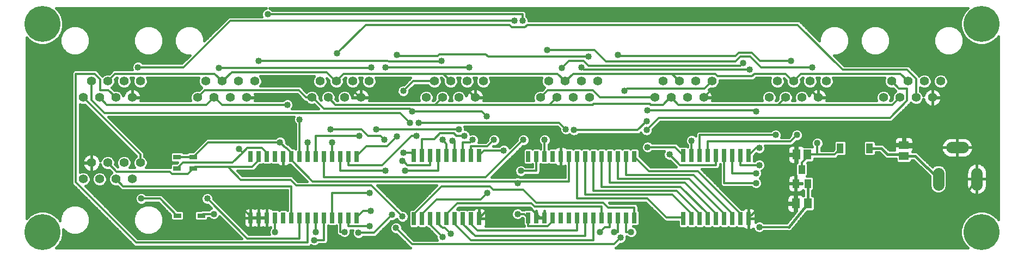
<source format=gtl>
G75*
%MOIN*%
%OFA0B0*%
%FSLAX24Y24*%
%IPPOS*%
%LPD*%
%AMOC8*
5,1,8,0,0,1.08239X$1,22.5*
%
%ADD10C,0.0554*%
%ADD11R,0.0256X0.0669*%
%ADD12R,0.0260X0.0800*%
%ADD13R,0.0512X0.0591*%
%ADD14R,0.0394X0.0551*%
%ADD15R,0.0472X0.0315*%
%ADD16R,0.0591X0.0512*%
%ADD17R,0.2126X0.2441*%
%ADD18R,0.0394X0.0630*%
%ADD19R,0.0472X0.0276*%
%ADD20C,0.0700*%
%ADD21C,0.0160*%
%ADD22C,0.0400*%
%ADD23C,0.0140*%
%ADD24C,0.2200*%
D10*
X009083Y004704D03*
X010083Y004704D03*
X011083Y004704D03*
X012083Y004704D03*
X011583Y005704D03*
X012583Y005704D03*
X010583Y005704D03*
X009583Y005704D03*
X009083Y009704D03*
X010083Y009704D03*
X011083Y009704D03*
X012083Y009704D03*
X011583Y010704D03*
X012583Y010704D03*
X010583Y010704D03*
X009583Y010704D03*
X016083Y009704D03*
X017083Y009704D03*
X018083Y009704D03*
X019083Y009704D03*
X018583Y010704D03*
X017583Y010704D03*
X016583Y010704D03*
X019583Y010704D03*
X023083Y009704D03*
X024083Y009704D03*
X025083Y009704D03*
X026083Y009704D03*
X025583Y010704D03*
X026583Y010704D03*
X024583Y010704D03*
X023583Y010704D03*
X030083Y009704D03*
X031083Y009704D03*
X032083Y009704D03*
X033083Y009704D03*
X032583Y010704D03*
X031583Y010704D03*
X030583Y010704D03*
X033583Y010704D03*
X037083Y009704D03*
X038083Y009704D03*
X039083Y009704D03*
X040083Y009704D03*
X039583Y010704D03*
X040583Y010704D03*
X038583Y010704D03*
X037583Y010704D03*
X044083Y009704D03*
X045083Y009704D03*
X046083Y009704D03*
X047083Y009704D03*
X046583Y010704D03*
X045583Y010704D03*
X044583Y010704D03*
X047583Y010704D03*
X051083Y009704D03*
X052083Y009704D03*
X053083Y009704D03*
X054083Y009704D03*
X053583Y010704D03*
X054583Y010704D03*
X052583Y010704D03*
X051583Y010704D03*
X058083Y009704D03*
X059083Y009704D03*
X060083Y009704D03*
X061083Y009704D03*
X060583Y010704D03*
X059583Y010704D03*
X058583Y010704D03*
X061583Y010704D03*
D11*
X042833Y006086D03*
X042333Y006086D03*
X041833Y006086D03*
X041333Y006086D03*
X040833Y006086D03*
X040333Y006086D03*
X039833Y006086D03*
X039333Y006086D03*
X038833Y006086D03*
X038333Y006086D03*
X037833Y006086D03*
X037333Y006086D03*
X036833Y006086D03*
X036333Y006086D03*
X025833Y006086D03*
X025333Y006086D03*
X024833Y006086D03*
X024333Y006086D03*
X023833Y006086D03*
X023333Y006086D03*
X022833Y006086D03*
X022333Y006086D03*
X021833Y006086D03*
X021333Y006086D03*
X020833Y006086D03*
X020333Y006086D03*
X019833Y006086D03*
X019333Y006086D03*
X019333Y002322D03*
X019833Y002322D03*
X020333Y002322D03*
X020833Y002322D03*
X021333Y002322D03*
X021833Y002322D03*
X022333Y002322D03*
X022833Y002322D03*
X023333Y002322D03*
X023833Y002322D03*
X024333Y002322D03*
X024833Y002322D03*
X025333Y002322D03*
X025833Y002322D03*
X036333Y002322D03*
X036833Y002322D03*
X037333Y002322D03*
X037833Y002322D03*
X038333Y002322D03*
X038833Y002322D03*
X039333Y002322D03*
X039833Y002322D03*
X040333Y002322D03*
X040833Y002322D03*
X041333Y002322D03*
X041833Y002322D03*
X042333Y002322D03*
X042833Y002322D03*
D12*
X045833Y002274D03*
X046333Y002274D03*
X046833Y002274D03*
X047333Y002274D03*
X047833Y002274D03*
X048333Y002274D03*
X048833Y002274D03*
X049333Y002274D03*
X049833Y002274D03*
X049833Y006134D03*
X049333Y006134D03*
X048833Y006134D03*
X048333Y006134D03*
X047833Y006134D03*
X047333Y006134D03*
X046833Y006134D03*
X046333Y006134D03*
X045833Y006134D03*
X033333Y006134D03*
X032833Y006134D03*
X032333Y006134D03*
X031833Y006134D03*
X031333Y006134D03*
X030833Y006134D03*
X030333Y006134D03*
X029833Y006134D03*
X029333Y006134D03*
X029333Y002274D03*
X029833Y002274D03*
X030333Y002274D03*
X030833Y002274D03*
X031333Y002274D03*
X031833Y002274D03*
X032333Y002274D03*
X032833Y002274D03*
X033333Y002274D03*
D13*
X052709Y003204D03*
X053457Y003204D03*
X053418Y006204D03*
X052749Y006204D03*
D14*
X053083Y005287D03*
X052709Y004421D03*
X053457Y004421D03*
D15*
X015833Y005349D03*
X014833Y005349D03*
X014833Y006058D03*
X015833Y006058D03*
D16*
X059333Y006119D03*
X059333Y006788D03*
D17*
X056333Y003720D03*
D18*
X055436Y006594D03*
X057231Y006594D03*
D19*
X016312Y002454D03*
X014855Y002454D03*
D20*
X061440Y004354D02*
X061440Y005054D01*
X063802Y005054D02*
X063802Y004354D01*
X062951Y006633D02*
X062251Y006633D01*
D21*
X062601Y006633D02*
X061621Y006633D01*
X062601Y006633D01*
X062601Y007263D01*
X062201Y007263D01*
X062104Y007247D01*
X062009Y007217D01*
X061921Y007172D01*
X061841Y007113D01*
X061771Y007043D01*
X061712Y006963D01*
X061667Y006875D01*
X061637Y006780D01*
X061621Y006682D01*
X061621Y006633D01*
X061621Y006583D01*
X061637Y006485D01*
X061667Y006391D01*
X061712Y006303D01*
X061771Y006222D01*
X061841Y006152D01*
X061921Y006094D01*
X062009Y006049D01*
X062104Y006018D01*
X062201Y006003D01*
X062601Y006003D01*
X062601Y006633D01*
X062601Y006633D01*
X062601Y006633D01*
X062601Y007263D01*
X063001Y007263D01*
X063099Y007247D01*
X063193Y007217D01*
X063281Y007172D01*
X063361Y007113D01*
X063432Y007043D01*
X063490Y006963D01*
X063535Y006875D01*
X063566Y006780D01*
X063581Y006682D01*
X063581Y006633D01*
X062601Y006633D01*
X062601Y006633D01*
X062601Y006633D01*
X063581Y006633D01*
X063581Y006583D01*
X063566Y006485D01*
X063535Y006391D01*
X063490Y006303D01*
X063432Y006222D01*
X063361Y006152D01*
X063281Y006094D01*
X063193Y006049D01*
X063099Y006018D01*
X063001Y006003D01*
X062601Y006003D01*
X062601Y006633D01*
X062601Y006702D02*
X062601Y006702D01*
X062601Y006544D02*
X062601Y006544D01*
X062601Y006385D02*
X062601Y006385D01*
X062601Y006227D02*
X062601Y006227D01*
X062601Y006068D02*
X062601Y006068D01*
X061971Y006068D02*
X060443Y006068D01*
X060601Y005910D02*
X065114Y005910D01*
X065114Y006068D02*
X063231Y006068D01*
X063435Y006227D02*
X065114Y006227D01*
X065114Y006385D02*
X063532Y006385D01*
X063575Y006544D02*
X065114Y006544D01*
X065114Y006702D02*
X063578Y006702D01*
X063539Y006861D02*
X065114Y006861D01*
X065114Y007019D02*
X063449Y007019D01*
X063269Y007178D02*
X065114Y007178D01*
X065114Y007336D02*
X053163Y007336D01*
X053163Y007328D02*
X053163Y007479D01*
X053105Y007619D01*
X052999Y007726D01*
X052859Y007784D01*
X052708Y007784D01*
X052568Y007726D01*
X052461Y007619D01*
X052403Y007479D01*
X052403Y007377D01*
X052280Y007254D01*
X051833Y007254D01*
X051863Y007328D01*
X051863Y007479D01*
X051805Y007619D01*
X051699Y007726D01*
X051559Y007784D01*
X051408Y007784D01*
X051268Y007726D01*
X051196Y007654D01*
X046784Y007654D01*
X046692Y007616D01*
X046621Y007545D01*
X046583Y007454D01*
X046583Y007341D01*
X046549Y007376D01*
X046409Y007434D01*
X046258Y007434D01*
X046118Y007376D01*
X046011Y007269D01*
X045953Y007129D01*
X045953Y006978D01*
X046011Y006839D01*
X046083Y006766D01*
X046083Y006668D01*
X046038Y006714D01*
X045629Y006714D01*
X045628Y006713D01*
X045545Y006795D01*
X045475Y006866D01*
X045383Y006904D01*
X043921Y006904D01*
X043849Y006976D01*
X043709Y007034D01*
X043558Y007034D01*
X043418Y006976D01*
X043311Y006869D01*
X043253Y006729D01*
X043253Y006578D01*
X043311Y006439D01*
X043418Y006332D01*
X043558Y006274D01*
X043709Y006274D01*
X043849Y006332D01*
X043921Y006404D01*
X044655Y006404D01*
X044603Y006279D01*
X044603Y006128D01*
X044661Y005989D01*
X044768Y005882D01*
X044908Y005824D01*
X045010Y005824D01*
X045400Y005434D01*
X043837Y005434D01*
X043141Y006129D01*
X043141Y006495D01*
X043036Y006600D01*
X042631Y006600D01*
X042583Y006553D01*
X042536Y006600D01*
X042131Y006600D01*
X042083Y006553D01*
X042036Y006600D01*
X041631Y006600D01*
X041583Y006553D01*
X041536Y006600D01*
X041131Y006600D01*
X041083Y006553D01*
X041036Y006600D01*
X040631Y006600D01*
X040583Y006553D01*
X040536Y006600D01*
X040131Y006600D01*
X040083Y006553D01*
X040036Y006600D01*
X039631Y006600D01*
X039583Y006553D01*
X039536Y006600D01*
X039131Y006600D01*
X039083Y006553D01*
X039036Y006600D01*
X038677Y006600D01*
X038640Y006638D01*
X038594Y006668D01*
X038543Y006690D01*
X038489Y006700D01*
X038333Y006700D01*
X038178Y006700D01*
X038124Y006690D01*
X038073Y006668D01*
X038027Y006638D01*
X037989Y006600D01*
X037631Y006600D01*
X037583Y006553D01*
X037583Y006816D01*
X037655Y006889D01*
X037713Y007028D01*
X037713Y007179D01*
X037655Y007319D01*
X037549Y007426D01*
X037409Y007484D01*
X037258Y007484D01*
X037118Y007426D01*
X037011Y007319D01*
X036953Y007179D01*
X036953Y007028D01*
X037011Y006889D01*
X037083Y006816D01*
X037083Y006553D01*
X037036Y006600D01*
X036631Y006600D01*
X036583Y006553D01*
X036536Y006600D01*
X036131Y006600D01*
X036025Y006495D01*
X036025Y005676D01*
X036131Y005571D01*
X036536Y005571D01*
X036583Y005619D01*
X036583Y005454D01*
X036171Y005454D01*
X036099Y005526D01*
X035959Y005584D01*
X035808Y005584D01*
X035668Y005526D01*
X035561Y005419D01*
X035503Y005279D01*
X035503Y005128D01*
X035561Y004989D01*
X035668Y004882D01*
X035808Y004824D01*
X035959Y004824D01*
X036099Y004882D01*
X036171Y004954D01*
X036883Y004954D01*
X036975Y004992D01*
X037045Y005062D01*
X037083Y005154D01*
X037083Y005619D01*
X037131Y005571D01*
X037536Y005571D01*
X037583Y005619D01*
X037631Y005571D01*
X037989Y005571D01*
X038027Y005534D01*
X038073Y005503D01*
X038124Y005482D01*
X038178Y005471D01*
X038333Y005471D01*
X038333Y006086D01*
X038333Y006700D01*
X038333Y006086D01*
X038333Y006086D01*
X038333Y006086D01*
X038333Y005471D01*
X038489Y005471D01*
X038543Y005482D01*
X038583Y005499D01*
X038583Y004804D01*
X035831Y004804D01*
X035759Y004834D01*
X035608Y004834D01*
X035535Y004804D01*
X034087Y004804D01*
X036007Y006724D01*
X036109Y006724D01*
X036249Y006782D01*
X036355Y006889D01*
X036413Y007028D01*
X036413Y007179D01*
X036355Y007319D01*
X036249Y007426D01*
X036109Y007484D01*
X035958Y007484D01*
X035818Y007426D01*
X035711Y007319D01*
X035653Y007179D01*
X035653Y007077D01*
X035182Y006606D01*
X035155Y006669D01*
X035049Y006776D01*
X034909Y006834D01*
X034758Y006834D01*
X034618Y006776D01*
X034546Y006704D01*
X034187Y006704D01*
X034207Y006724D01*
X034309Y006724D01*
X034449Y006782D01*
X034555Y006889D01*
X034613Y007028D01*
X034613Y007179D01*
X034555Y007319D01*
X034449Y007426D01*
X034309Y007484D01*
X034158Y007484D01*
X034018Y007426D01*
X033911Y007319D01*
X033853Y007179D01*
X033853Y007077D01*
X033730Y006954D01*
X033283Y006954D01*
X033313Y007028D01*
X033313Y007179D01*
X033255Y007319D01*
X033149Y007426D01*
X033009Y007484D01*
X032858Y007484D01*
X032801Y007460D01*
X032755Y007569D01*
X032649Y007676D01*
X032509Y007734D01*
X032463Y007734D01*
X032463Y007829D01*
X032433Y007904D01*
X038130Y007904D01*
X038253Y007780D01*
X038253Y007678D01*
X038311Y007539D01*
X038418Y007432D01*
X038558Y007374D01*
X038709Y007374D01*
X038849Y007432D01*
X038858Y007441D01*
X038918Y007382D01*
X039058Y007324D01*
X039209Y007324D01*
X039349Y007382D01*
X039421Y007454D01*
X043083Y007454D01*
X043175Y007492D01*
X043235Y007552D01*
X043261Y007489D01*
X043368Y007382D01*
X043508Y007324D01*
X043659Y007324D01*
X043799Y007382D01*
X043905Y007489D01*
X043963Y007628D01*
X043963Y007730D01*
X044437Y008204D01*
X058533Y008204D01*
X058625Y008242D01*
X059675Y009292D01*
X059745Y009362D01*
X059755Y009386D01*
X059824Y009316D01*
X059992Y009247D01*
X060174Y009247D01*
X060342Y009316D01*
X060471Y009445D01*
X060536Y009601D01*
X060540Y009573D01*
X060567Y009490D01*
X060607Y009412D01*
X060658Y009341D01*
X060720Y009279D01*
X060791Y009227D01*
X060869Y009187D01*
X060953Y009160D01*
X061039Y009147D01*
X061075Y009147D01*
X061075Y009695D01*
X061092Y009695D01*
X061092Y009147D01*
X061127Y009147D01*
X061214Y009160D01*
X061297Y009187D01*
X061375Y009227D01*
X061446Y009279D01*
X061508Y009341D01*
X061560Y009412D01*
X061600Y009490D01*
X061627Y009573D01*
X061640Y009660D01*
X061640Y009695D01*
X061092Y009695D01*
X061092Y009712D01*
X061640Y009712D01*
X061640Y009748D01*
X061627Y009834D01*
X061600Y009918D01*
X061560Y009996D01*
X061508Y010067D01*
X061446Y010129D01*
X061375Y010180D01*
X061297Y010220D01*
X061214Y010247D01*
X061127Y010261D01*
X061092Y010261D01*
X061092Y009712D01*
X061075Y009712D01*
X061075Y010261D01*
X061039Y010261D01*
X060953Y010247D01*
X060869Y010220D01*
X060791Y010180D01*
X060720Y010129D01*
X060658Y010067D01*
X060607Y009996D01*
X060567Y009918D01*
X060540Y009834D01*
X060536Y009807D01*
X060471Y009963D01*
X060342Y010091D01*
X060333Y010095D01*
X060333Y010313D01*
X060492Y010247D01*
X060674Y010247D01*
X060842Y010316D01*
X060971Y010445D01*
X061040Y010613D01*
X061040Y010795D01*
X060971Y010963D01*
X060842Y011091D01*
X060674Y011161D01*
X060492Y011161D01*
X060324Y011091D01*
X060262Y011029D01*
X060225Y011066D01*
X059675Y011616D01*
X059583Y011654D01*
X055687Y011654D01*
X055057Y012284D01*
X055266Y012284D01*
X055604Y012424D01*
X055863Y012683D01*
X056003Y013021D01*
X056003Y013387D01*
X055863Y013725D01*
X055604Y013984D01*
X055266Y014124D01*
X054900Y014124D01*
X054562Y013984D01*
X054303Y013725D01*
X054163Y013387D01*
X054163Y013177D01*
X052975Y014366D01*
X052883Y014404D01*
X036363Y014404D01*
X036363Y014479D01*
X036305Y014619D01*
X036233Y014691D01*
X036233Y014854D01*
X036195Y014945D01*
X036125Y015016D01*
X036033Y015054D01*
X020671Y015054D01*
X020599Y015126D01*
X020483Y015174D01*
X063243Y015174D01*
X063059Y014990D01*
X062891Y014698D01*
X062803Y014372D01*
X062803Y014035D01*
X062891Y013710D01*
X063059Y013418D01*
X063297Y013180D01*
X063589Y013011D01*
X063915Y012924D01*
X064252Y012924D01*
X064577Y013011D01*
X064869Y013180D01*
X065108Y013418D01*
X065114Y013430D01*
X065114Y002228D01*
X065108Y002240D01*
X064869Y002478D01*
X064577Y002647D01*
X064252Y002734D01*
X063915Y002734D01*
X063589Y002647D01*
X063297Y002478D01*
X063059Y002240D01*
X062891Y001948D01*
X062803Y001622D01*
X062803Y001285D01*
X062891Y000960D01*
X063059Y000668D01*
X063243Y000484D01*
X041705Y000484D01*
X041725Y000492D01*
X041957Y000724D01*
X042059Y000724D01*
X042199Y000782D01*
X042305Y000889D01*
X042363Y001028D01*
X042363Y001179D01*
X042358Y001191D01*
X042418Y001132D01*
X042558Y001074D01*
X042709Y001074D01*
X042849Y001132D01*
X042955Y001239D01*
X043013Y001378D01*
X043013Y001529D01*
X042955Y001669D01*
X042849Y001776D01*
X042773Y001807D01*
X043036Y001807D01*
X043141Y001913D01*
X043141Y002731D01*
X043083Y002789D01*
X043083Y003004D01*
X043045Y003095D01*
X042975Y003166D01*
X042883Y003204D01*
X041337Y003204D01*
X041287Y003254D01*
X043530Y003254D01*
X044581Y002202D01*
X044652Y002132D01*
X044744Y002094D01*
X045523Y002094D01*
X045523Y001799D01*
X045629Y001694D01*
X046038Y001694D01*
X046083Y001739D01*
X046129Y001694D01*
X046538Y001694D01*
X046583Y001739D01*
X046629Y001694D01*
X047038Y001694D01*
X047083Y001739D01*
X047129Y001694D01*
X047538Y001694D01*
X047583Y001739D01*
X047629Y001694D01*
X048038Y001694D01*
X048083Y001739D01*
X048129Y001694D01*
X048538Y001694D01*
X048583Y001739D01*
X048629Y001694D01*
X049038Y001694D01*
X049083Y001739D01*
X049129Y001694D01*
X049487Y001694D01*
X049525Y001656D01*
X049571Y001626D01*
X049622Y001605D01*
X049676Y001594D01*
X049833Y001594D01*
X049833Y002274D01*
X049833Y002954D01*
X049676Y002954D01*
X049622Y002943D01*
X049571Y002922D01*
X049525Y002891D01*
X049487Y002854D01*
X049397Y002854D01*
X046947Y005304D01*
X047883Y005304D01*
X047975Y005342D01*
X048045Y005412D01*
X048083Y005504D01*
X048083Y005599D01*
X048083Y005599D01*
X048083Y004404D01*
X048121Y004312D01*
X048192Y004242D01*
X048284Y004204D01*
X049996Y004204D01*
X050068Y004132D01*
X050208Y004074D01*
X050359Y004074D01*
X050499Y004132D01*
X050605Y004239D01*
X050663Y004378D01*
X050663Y004529D01*
X050605Y004669D01*
X050521Y004754D01*
X050605Y004839D01*
X050663Y004978D01*
X050663Y005129D01*
X050632Y005204D01*
X050699Y005232D01*
X050805Y005339D01*
X050863Y005478D01*
X050863Y005629D01*
X050805Y005769D01*
X050699Y005876D01*
X050559Y005934D01*
X050408Y005934D01*
X050268Y005876D01*
X050196Y005804D01*
X050143Y005804D01*
X050143Y006110D01*
X050301Y006268D01*
X050408Y006224D01*
X050559Y006224D01*
X050699Y006282D01*
X050805Y006389D01*
X050863Y006528D01*
X050863Y006679D01*
X050833Y006754D01*
X052376Y006754D01*
X052360Y006747D01*
X052314Y006717D01*
X052275Y006678D01*
X052245Y006632D01*
X052224Y006581D01*
X052213Y006527D01*
X052213Y006252D01*
X052701Y006252D01*
X052701Y006779D01*
X052494Y006779D01*
X052525Y006792D01*
X052595Y006862D01*
X052757Y007024D01*
X052859Y007024D01*
X052999Y007082D01*
X053105Y007189D01*
X053163Y007328D01*
X053095Y007178D02*
X053770Y007178D01*
X053818Y007226D02*
X053711Y007119D01*
X053653Y006979D01*
X053653Y006828D01*
X053711Y006689D01*
X053721Y006679D01*
X053221Y006679D01*
X053183Y006717D01*
X053137Y006747D01*
X053086Y006768D01*
X053032Y006779D01*
X052797Y006779D01*
X052797Y006252D01*
X052701Y006252D01*
X052701Y006156D01*
X052797Y006156D01*
X052797Y005727D01*
X052706Y005637D01*
X052706Y004937D01*
X052728Y004915D01*
X052728Y004439D01*
X053080Y004439D01*
X053080Y004402D01*
X052728Y004402D01*
X052728Y003865D01*
X052934Y003865D01*
X052988Y003876D01*
X053039Y003897D01*
X053085Y003928D01*
X053124Y003967D01*
X053148Y004003D01*
X053186Y003965D01*
X053197Y003965D01*
X053197Y003679D01*
X053181Y003679D01*
X053144Y003717D01*
X053098Y003747D01*
X053047Y003768D01*
X052993Y003779D01*
X052757Y003779D01*
X052757Y003252D01*
X052661Y003252D01*
X052661Y003156D01*
X052173Y003156D01*
X052173Y002881D01*
X052184Y002827D01*
X052205Y002776D01*
X052236Y002730D01*
X052275Y002691D01*
X052321Y002660D01*
X052372Y002639D01*
X052426Y002629D01*
X052657Y002629D01*
X052151Y002004D01*
X050771Y002004D01*
X050699Y002076D01*
X050559Y002134D01*
X050408Y002134D01*
X050268Y002076D01*
X050243Y002051D01*
X050243Y002274D01*
X050243Y002701D01*
X050233Y002755D01*
X050211Y002806D01*
X050181Y002852D01*
X050142Y002891D01*
X050096Y002922D01*
X050045Y002943D01*
X049991Y002954D01*
X049833Y002954D01*
X049833Y002274D01*
X049833Y002274D01*
X049833Y002274D01*
X050243Y002274D01*
X049833Y002274D01*
X049833Y002274D01*
X049833Y001594D01*
X049991Y001594D01*
X050045Y001605D01*
X050096Y001626D01*
X050119Y001641D01*
X050161Y001539D01*
X050268Y001432D01*
X050408Y001374D01*
X050559Y001374D01*
X050699Y001432D01*
X050771Y001504D01*
X052212Y001504D01*
X052259Y001490D01*
X052362Y001501D01*
X052453Y001550D01*
X053407Y002729D01*
X053788Y002729D01*
X053893Y002834D01*
X053893Y003574D01*
X053788Y003679D01*
X053717Y003679D01*
X053717Y003965D01*
X053729Y003965D01*
X053834Y004071D01*
X053834Y004771D01*
X053729Y004876D01*
X053400Y004876D01*
X053460Y004937D01*
X053460Y005637D01*
X053415Y005682D01*
X053462Y005729D01*
X053748Y005729D01*
X053854Y005834D01*
X053854Y005954D01*
X055133Y005954D01*
X055225Y005992D01*
X055295Y006062D01*
X055332Y006099D01*
X055707Y006099D01*
X055813Y006204D01*
X055813Y006983D01*
X055707Y007089D01*
X055164Y007089D01*
X055059Y006983D01*
X055059Y006533D01*
X054980Y006454D01*
X054283Y006454D01*
X054283Y006616D01*
X054355Y006689D01*
X054413Y006828D01*
X054413Y006979D01*
X054355Y007119D01*
X054249Y007226D01*
X054109Y007284D01*
X053958Y007284D01*
X053818Y007226D01*
X053670Y007019D02*
X052752Y007019D01*
X052595Y006862D02*
X052595Y006862D01*
X052594Y006861D02*
X053653Y006861D01*
X053705Y006702D02*
X053197Y006702D01*
X052797Y006702D02*
X052701Y006702D01*
X052701Y006544D02*
X052797Y006544D01*
X052797Y006385D02*
X052701Y006385D01*
X052701Y006227D02*
X050566Y006227D01*
X050400Y006227D02*
X050260Y006227D01*
X050143Y006068D02*
X052213Y006068D01*
X052213Y006156D02*
X052213Y005881D01*
X052224Y005827D01*
X052245Y005776D01*
X052275Y005730D01*
X052314Y005691D01*
X052360Y005660D01*
X052411Y005639D01*
X052465Y005629D01*
X052701Y005629D01*
X052701Y006156D01*
X052213Y006156D01*
X052213Y006385D02*
X050802Y006385D01*
X050863Y006544D02*
X052216Y006544D01*
X052300Y006702D02*
X050854Y006702D01*
X051863Y007336D02*
X052362Y007336D01*
X052410Y007495D02*
X051857Y007495D01*
X051771Y007653D02*
X052495Y007653D01*
X053071Y007653D02*
X065114Y007653D01*
X065114Y007495D02*
X053157Y007495D01*
X054297Y007178D02*
X058790Y007178D01*
X058790Y007177D02*
X058769Y007126D01*
X058758Y007072D01*
X058758Y006836D01*
X059285Y006836D01*
X059285Y006740D01*
X058758Y006740D01*
X058758Y006505D01*
X058766Y006464D01*
X058441Y006464D01*
X058091Y006814D01*
X057995Y006854D01*
X057608Y006854D01*
X057608Y006983D01*
X057502Y007089D01*
X056960Y007089D01*
X056854Y006983D01*
X056854Y006204D01*
X056960Y006099D01*
X057502Y006099D01*
X057608Y006204D01*
X057608Y006334D01*
X057836Y006334D01*
X058113Y006057D01*
X058186Y005983D01*
X058282Y005944D01*
X058858Y005944D01*
X058858Y005789D01*
X058963Y005683D01*
X059703Y005683D01*
X059809Y005789D01*
X059809Y005859D01*
X059917Y005859D01*
X060910Y004866D01*
X060910Y004248D01*
X060990Y004054D01*
X061139Y003904D01*
X061334Y003824D01*
X061545Y003824D01*
X061740Y003904D01*
X061889Y004054D01*
X061970Y004248D01*
X061970Y005159D01*
X061889Y005354D01*
X061740Y005503D01*
X061545Y005584D01*
X061334Y005584D01*
X061139Y005503D01*
X061074Y005437D01*
X060172Y006340D01*
X060076Y006379D01*
X059863Y006379D01*
X059877Y006400D01*
X059898Y006451D01*
X059909Y006505D01*
X059909Y006740D01*
X059381Y006740D01*
X059381Y006836D01*
X059909Y006836D01*
X059909Y007072D01*
X059898Y007126D01*
X059877Y007177D01*
X059846Y007223D01*
X059807Y007262D01*
X059761Y007292D01*
X059710Y007314D01*
X059656Y007324D01*
X059381Y007324D01*
X059381Y006836D01*
X059285Y006836D01*
X059285Y007324D01*
X059010Y007324D01*
X058956Y007314D01*
X058905Y007292D01*
X058860Y007262D01*
X058821Y007223D01*
X058790Y007177D01*
X058758Y007019D02*
X057572Y007019D01*
X057608Y006861D02*
X058758Y006861D01*
X058758Y006702D02*
X058203Y006702D01*
X058361Y006544D02*
X058758Y006544D01*
X058333Y006204D02*
X057944Y006594D01*
X057231Y006594D01*
X056854Y006544D02*
X055813Y006544D01*
X055813Y006702D02*
X056854Y006702D01*
X056854Y006861D02*
X055813Y006861D01*
X055776Y007019D02*
X056890Y007019D01*
X055095Y007019D02*
X054397Y007019D01*
X054413Y006861D02*
X055059Y006861D01*
X055059Y006702D02*
X054361Y006702D01*
X054283Y006544D02*
X055059Y006544D01*
X055813Y006385D02*
X056854Y006385D01*
X056854Y006227D02*
X055813Y006227D01*
X055301Y006068D02*
X058101Y006068D01*
X057943Y006227D02*
X057608Y006227D01*
X058333Y006204D02*
X059249Y006204D01*
X059333Y006119D01*
X060024Y006119D01*
X061440Y004704D01*
X061970Y004642D02*
X063172Y004642D01*
X063172Y004704D02*
X063172Y004304D01*
X063187Y004206D01*
X063218Y004112D01*
X063263Y004024D01*
X063321Y003943D01*
X063391Y003873D01*
X063472Y003815D01*
X063560Y003770D01*
X063654Y003739D01*
X063752Y003724D01*
X063802Y003724D01*
X063851Y003724D01*
X063949Y003739D01*
X064044Y003770D01*
X064132Y003815D01*
X064212Y003873D01*
X064282Y003943D01*
X064341Y004024D01*
X064386Y004112D01*
X064416Y004206D01*
X064432Y004304D01*
X064432Y004704D01*
X064432Y005103D01*
X064416Y005201D01*
X064386Y005296D01*
X064341Y005384D01*
X064282Y005464D01*
X064212Y005534D01*
X064132Y005593D01*
X065114Y005593D01*
X065114Y005751D02*
X060760Y005751D01*
X060918Y005593D02*
X063472Y005593D01*
X063391Y005534D01*
X063321Y005464D01*
X063263Y005384D01*
X063218Y005296D01*
X063187Y005201D01*
X063172Y005103D01*
X063172Y004704D01*
X063802Y004704D01*
X063802Y004704D01*
X063802Y005684D01*
X063851Y005684D01*
X063949Y005668D01*
X064044Y005638D01*
X064132Y005593D01*
X064304Y005434D02*
X065114Y005434D01*
X065114Y005276D02*
X064392Y005276D01*
X064430Y005117D02*
X065114Y005117D01*
X065114Y004959D02*
X064432Y004959D01*
X064432Y004800D02*
X065114Y004800D01*
X065114Y004642D02*
X064432Y004642D01*
X064432Y004704D02*
X063802Y004704D01*
X064432Y004704D01*
X064432Y004483D02*
X065114Y004483D01*
X065114Y004325D02*
X064432Y004325D01*
X064403Y004166D02*
X065114Y004166D01*
X065114Y004008D02*
X064329Y004008D01*
X064179Y003849D02*
X065114Y003849D01*
X065114Y003691D02*
X056413Y003691D01*
X056413Y003640D02*
X056413Y003800D01*
X056253Y003800D01*
X056253Y005220D01*
X055243Y005220D01*
X055189Y005209D01*
X055138Y005188D01*
X055092Y005157D01*
X055053Y005118D01*
X055022Y005073D01*
X055001Y005022D01*
X054990Y004968D01*
X054990Y003800D01*
X056253Y003800D01*
X056253Y003640D01*
X054990Y003640D01*
X054990Y002471D01*
X055001Y002417D01*
X055022Y002366D01*
X055053Y002321D01*
X055092Y002282D01*
X055138Y002251D01*
X055189Y002230D01*
X055243Y002219D01*
X056253Y002219D01*
X056253Y003640D01*
X056413Y003640D01*
X057676Y003640D01*
X057676Y002471D01*
X057666Y002417D01*
X057644Y002366D01*
X057614Y002321D01*
X057575Y002282D01*
X057529Y002251D01*
X057478Y002230D01*
X057424Y002219D01*
X056413Y002219D01*
X056413Y003640D01*
X056413Y003532D02*
X056253Y003532D01*
X056253Y003374D02*
X056413Y003374D01*
X056413Y003215D02*
X056253Y003215D01*
X056253Y003057D02*
X056413Y003057D01*
X056413Y002898D02*
X056253Y002898D01*
X056253Y002740D02*
X056413Y002740D01*
X056413Y002581D02*
X056253Y002581D01*
X056253Y002423D02*
X056413Y002423D01*
X056413Y002264D02*
X056253Y002264D01*
X057549Y002264D02*
X063084Y002264D01*
X062982Y002106D02*
X052903Y002106D01*
X053031Y002264D02*
X055118Y002264D01*
X055000Y002423D02*
X053160Y002423D01*
X053288Y002581D02*
X054990Y002581D01*
X054833Y002581D02*
X057833Y002581D01*
X057676Y002581D02*
X063476Y002581D01*
X063242Y002423D02*
X057667Y002423D01*
X057833Y002423D02*
X054833Y002423D01*
X054833Y002264D02*
X057833Y002264D01*
X057833Y002204D02*
X054833Y002204D01*
X054833Y005454D01*
X057833Y005454D01*
X057833Y002204D01*
X057833Y002740D02*
X054833Y002740D01*
X054990Y002740D02*
X053799Y002740D01*
X053893Y002898D02*
X054990Y002898D01*
X054833Y002898D02*
X057833Y002898D01*
X057676Y002898D02*
X065114Y002898D01*
X065114Y002740D02*
X057676Y002740D01*
X057676Y003057D02*
X065114Y003057D01*
X065114Y003215D02*
X057676Y003215D01*
X057833Y003215D02*
X054833Y003215D01*
X054990Y003215D02*
X053893Y003215D01*
X053893Y003057D02*
X054990Y003057D01*
X054833Y003057D02*
X057833Y003057D01*
X058083Y003204D02*
X058083Y003244D01*
X062833Y003244D01*
X063802Y003724D02*
X063802Y004704D01*
X063802Y004704D01*
X063802Y005684D01*
X063752Y005684D01*
X063654Y005668D01*
X063560Y005638D01*
X063472Y005593D01*
X063300Y005434D02*
X061809Y005434D01*
X061921Y005276D02*
X063212Y005276D01*
X063174Y005117D02*
X061970Y005117D01*
X061970Y004959D02*
X063172Y004959D01*
X063172Y004800D02*
X061970Y004800D01*
X061970Y004483D02*
X063172Y004483D01*
X063172Y004325D02*
X061970Y004325D01*
X061936Y004166D02*
X063200Y004166D01*
X063274Y004008D02*
X061843Y004008D01*
X061607Y003849D02*
X063424Y003849D01*
X063802Y003849D02*
X063802Y003849D01*
X063802Y003724D02*
X063802Y004704D01*
X063802Y004704D01*
X063802Y004704D01*
X063172Y004704D01*
X063802Y004642D02*
X063802Y004642D01*
X063802Y004800D02*
X063802Y004800D01*
X063802Y004959D02*
X063802Y004959D01*
X063802Y005117D02*
X063802Y005117D01*
X063802Y005276D02*
X063802Y005276D01*
X063802Y005434D02*
X063802Y005434D01*
X063802Y005593D02*
X063802Y005593D01*
X061767Y006227D02*
X060284Y006227D01*
X059867Y006385D02*
X061670Y006385D01*
X061627Y006544D02*
X059909Y006544D01*
X059909Y006702D02*
X061624Y006702D01*
X061663Y006861D02*
X059909Y006861D01*
X059909Y007019D02*
X061753Y007019D01*
X061933Y007178D02*
X059876Y007178D01*
X059381Y007178D02*
X059285Y007178D01*
X059285Y007019D02*
X059381Y007019D01*
X059381Y006861D02*
X059285Y006861D01*
X058858Y005910D02*
X053854Y005910D01*
X053771Y005751D02*
X058895Y005751D01*
X059771Y005751D02*
X060024Y005751D01*
X060183Y005593D02*
X053460Y005593D01*
X053460Y005434D02*
X060341Y005434D01*
X060500Y005276D02*
X053460Y005276D01*
X053460Y005117D02*
X055052Y005117D01*
X054990Y004959D02*
X053460Y004959D01*
X053805Y004800D02*
X054990Y004800D01*
X054833Y004800D02*
X057833Y004800D01*
X057676Y004800D02*
X060910Y004800D01*
X060910Y004642D02*
X057676Y004642D01*
X057833Y004642D02*
X054833Y004642D01*
X054990Y004642D02*
X053834Y004642D01*
X053834Y004483D02*
X054990Y004483D01*
X054833Y004483D02*
X057833Y004483D01*
X057676Y004483D02*
X060910Y004483D01*
X060910Y004325D02*
X057676Y004325D01*
X057833Y004325D02*
X054833Y004325D01*
X054990Y004325D02*
X053834Y004325D01*
X053834Y004166D02*
X054990Y004166D01*
X054833Y004166D02*
X057833Y004166D01*
X057676Y004166D02*
X060944Y004166D01*
X061036Y004008D02*
X057676Y004008D01*
X057833Y004008D02*
X054833Y004008D01*
X054990Y004008D02*
X053771Y004008D01*
X053717Y003849D02*
X054990Y003849D01*
X054833Y003849D02*
X057833Y003849D01*
X057676Y003849D02*
X061273Y003849D01*
X063802Y004008D02*
X063802Y004008D01*
X063802Y004166D02*
X063802Y004166D01*
X063802Y004325D02*
X063802Y004325D01*
X063802Y004483D02*
X063802Y004483D01*
X065114Y003532D02*
X057676Y003532D01*
X057833Y003532D02*
X054833Y003532D01*
X054990Y003532D02*
X053893Y003532D01*
X053893Y003374D02*
X054990Y003374D01*
X054833Y003374D02*
X057833Y003374D01*
X057676Y003374D02*
X065114Y003374D01*
X065114Y002581D02*
X064690Y002581D01*
X064925Y002423D02*
X065114Y002423D01*
X065114Y002264D02*
X065083Y002264D01*
X062890Y001947D02*
X052775Y001947D01*
X052646Y001789D02*
X062848Y001789D01*
X062805Y001630D02*
X052518Y001630D01*
X052283Y001754D02*
X053457Y003204D01*
X053457Y004421D01*
X052728Y004402D02*
X052728Y004439D01*
X052691Y004439D01*
X052691Y004402D01*
X052728Y004402D01*
X052691Y004402D02*
X052691Y003865D01*
X052485Y003865D01*
X052431Y003876D01*
X052380Y003897D01*
X052334Y003928D01*
X052295Y003967D01*
X052264Y004012D01*
X052243Y004063D01*
X052232Y004118D01*
X052232Y004402D01*
X052691Y004402D01*
X052691Y004439D02*
X052232Y004439D01*
X052232Y004724D01*
X052243Y004778D01*
X052264Y004829D01*
X052295Y004875D01*
X052334Y004914D01*
X052380Y004944D01*
X052431Y004966D01*
X052485Y004976D01*
X052691Y004976D01*
X052691Y004439D01*
X052691Y004483D02*
X052728Y004483D01*
X052728Y004325D02*
X052691Y004325D01*
X052691Y004166D02*
X052728Y004166D01*
X052728Y004008D02*
X052691Y004008D01*
X052661Y003779D02*
X052426Y003779D01*
X052372Y003768D01*
X052321Y003747D01*
X052275Y003717D01*
X052236Y003678D01*
X052205Y003632D01*
X052184Y003581D01*
X052173Y003527D01*
X052173Y003252D01*
X052661Y003252D01*
X052661Y003779D01*
X052661Y003691D02*
X052757Y003691D01*
X052757Y003532D02*
X052661Y003532D01*
X052661Y003374D02*
X052757Y003374D01*
X052661Y003215D02*
X049035Y003215D01*
X048877Y003374D02*
X052173Y003374D01*
X052175Y003532D02*
X048718Y003532D01*
X048560Y003691D02*
X052249Y003691D01*
X053169Y003691D02*
X053197Y003691D01*
X053197Y003849D02*
X048401Y003849D01*
X048243Y004008D02*
X052267Y004008D01*
X052232Y004166D02*
X050533Y004166D01*
X050641Y004325D02*
X052232Y004325D01*
X052232Y004483D02*
X050663Y004483D01*
X050617Y004642D02*
X052232Y004642D01*
X052252Y004800D02*
X050567Y004800D01*
X050655Y004959D02*
X052414Y004959D01*
X052691Y004959D02*
X052706Y004959D01*
X052706Y005117D02*
X050663Y005117D01*
X050743Y005276D02*
X052706Y005276D01*
X052706Y005434D02*
X050845Y005434D01*
X050863Y005593D02*
X052706Y005593D01*
X052701Y005751D02*
X052797Y005751D01*
X052797Y005910D02*
X052701Y005910D01*
X052701Y006068D02*
X052797Y006068D01*
X052213Y005910D02*
X050617Y005910D01*
X050813Y005751D02*
X052261Y005751D01*
X050350Y005910D02*
X050143Y005910D01*
X048083Y005593D02*
X048083Y005593D01*
X048083Y005434D02*
X048054Y005434D01*
X048083Y005276D02*
X046975Y005276D01*
X047133Y005117D02*
X048083Y005117D01*
X048083Y004959D02*
X047292Y004959D01*
X047450Y004800D02*
X048083Y004800D01*
X048083Y004642D02*
X047609Y004642D01*
X047767Y004483D02*
X048083Y004483D01*
X048116Y004325D02*
X047926Y004325D01*
X048084Y004166D02*
X050033Y004166D01*
X052691Y004642D02*
X052728Y004642D01*
X052728Y004800D02*
X052691Y004800D01*
X054833Y004959D02*
X057833Y004959D01*
X057676Y004959D02*
X060817Y004959D01*
X060658Y005117D02*
X057615Y005117D01*
X057614Y005118D02*
X057575Y005157D01*
X057529Y005188D01*
X057478Y005209D01*
X057424Y005220D01*
X056413Y005220D01*
X056413Y003800D01*
X057676Y003800D01*
X057676Y004968D01*
X057666Y005022D01*
X057644Y005073D01*
X057614Y005118D01*
X057833Y005117D02*
X054833Y005117D01*
X054833Y005276D02*
X057833Y005276D01*
X057833Y005434D02*
X054833Y005434D01*
X056253Y005117D02*
X056413Y005117D01*
X056413Y004959D02*
X056253Y004959D01*
X056253Y004800D02*
X056413Y004800D01*
X056413Y004642D02*
X056253Y004642D01*
X056253Y004483D02*
X056413Y004483D01*
X056413Y004325D02*
X056253Y004325D01*
X056253Y004166D02*
X056413Y004166D01*
X056413Y004008D02*
X056253Y004008D01*
X056253Y003849D02*
X056413Y003849D01*
X056253Y003691D02*
X053717Y003691D01*
X054833Y003691D02*
X057833Y003691D01*
X052757Y003156D02*
X052757Y002752D01*
X052661Y002634D01*
X052661Y003156D01*
X052757Y003156D01*
X052757Y003057D02*
X052661Y003057D01*
X052661Y002898D02*
X052757Y002898D01*
X052747Y002740D02*
X052661Y002740D01*
X052619Y002581D02*
X050243Y002581D01*
X050243Y002423D02*
X052490Y002423D01*
X052362Y002264D02*
X050243Y002264D01*
X050243Y002106D02*
X050340Y002106D01*
X050627Y002106D02*
X052234Y002106D01*
X052229Y002740D02*
X050236Y002740D01*
X050131Y002898D02*
X052173Y002898D01*
X052173Y003057D02*
X049194Y003057D01*
X049352Y002898D02*
X049535Y002898D01*
X049833Y002898D02*
X049833Y002898D01*
X049833Y002740D02*
X049833Y002740D01*
X049833Y002581D02*
X049833Y002581D01*
X049833Y002423D02*
X049833Y002423D01*
X049833Y002264D02*
X049833Y002264D01*
X049833Y002106D02*
X049833Y002106D01*
X049833Y001947D02*
X049833Y001947D01*
X049833Y001789D02*
X049833Y001789D01*
X049833Y001630D02*
X049833Y001630D01*
X049564Y001630D02*
X042972Y001630D01*
X043013Y001472D02*
X050228Y001472D01*
X050123Y001630D02*
X050103Y001630D01*
X050739Y001472D02*
X062803Y001472D01*
X062803Y001313D02*
X042986Y001313D01*
X042872Y001155D02*
X062838Y001155D01*
X062881Y000996D02*
X042350Y000996D01*
X042363Y001155D02*
X042395Y001155D01*
X042255Y000838D02*
X062961Y000838D01*
X063052Y000679D02*
X041912Y000679D01*
X041754Y000521D02*
X063206Y000521D01*
X045534Y001789D02*
X042818Y001789D01*
X043141Y001947D02*
X045523Y001947D01*
X044715Y002106D02*
X043141Y002106D01*
X043141Y002264D02*
X044519Y002264D01*
X044361Y002423D02*
X043141Y002423D01*
X043141Y002581D02*
X044202Y002581D01*
X044044Y002740D02*
X043133Y002740D01*
X043083Y002898D02*
X043885Y002898D01*
X043727Y003057D02*
X043061Y003057D01*
X043568Y003215D02*
X041325Y003215D01*
X037333Y002754D02*
X037333Y002322D01*
X037333Y002322D01*
X037241Y002322D01*
X036833Y002322D01*
X036833Y002754D01*
X036833Y002754D01*
X036833Y002322D01*
X036833Y002322D01*
X036833Y002322D01*
X037333Y002322D01*
X037333Y002754D01*
X037333Y002754D01*
X037333Y002740D02*
X037333Y002740D01*
X037333Y002581D02*
X037333Y002581D01*
X037333Y002423D02*
X037333Y002423D01*
X037333Y002322D02*
X037333Y002322D01*
X036833Y002423D02*
X036833Y002423D01*
X036833Y002581D02*
X036833Y002581D01*
X036833Y002740D02*
X036833Y002740D01*
X036518Y002865D02*
X036430Y002954D01*
X032087Y002954D01*
X031987Y002854D01*
X032038Y002854D01*
X032083Y002808D01*
X032129Y002854D01*
X032538Y002854D01*
X032583Y002808D01*
X032629Y002854D01*
X032987Y002854D01*
X033025Y002891D01*
X033071Y002922D01*
X033122Y002943D01*
X033176Y002954D01*
X033333Y002954D01*
X033333Y002274D01*
X033333Y002274D01*
X033333Y002954D01*
X033491Y002954D01*
X033545Y002943D01*
X033596Y002922D01*
X033642Y002891D01*
X033681Y002852D01*
X033711Y002806D01*
X033733Y002755D01*
X033743Y002701D01*
X033743Y002274D01*
X033333Y002274D01*
X033333Y002274D01*
X033743Y002274D01*
X033743Y001846D01*
X033735Y001804D01*
X036083Y001804D01*
X036083Y001855D01*
X036025Y001913D01*
X036025Y002258D01*
X035980Y002304D01*
X035971Y002304D01*
X035899Y002232D01*
X035759Y002174D01*
X035608Y002174D01*
X035468Y002232D01*
X035361Y002339D01*
X035303Y002478D01*
X035303Y002629D01*
X035361Y002769D01*
X035468Y002876D01*
X035608Y002934D01*
X035759Y002934D01*
X035899Y002876D01*
X035971Y002804D01*
X036098Y002804D01*
X036131Y002837D01*
X036489Y002837D01*
X036518Y002865D01*
X036485Y002898D02*
X035845Y002898D01*
X035522Y002898D02*
X033631Y002898D01*
X033736Y002740D02*
X035349Y002740D01*
X035303Y002581D02*
X033743Y002581D01*
X033743Y002423D02*
X035326Y002423D01*
X035435Y002264D02*
X033743Y002264D01*
X033743Y002106D02*
X036025Y002106D01*
X036019Y002264D02*
X035931Y002264D01*
X036025Y001947D02*
X033743Y001947D01*
X033333Y002423D02*
X033333Y002423D01*
X033333Y002581D02*
X033333Y002581D01*
X033333Y002740D02*
X033333Y002740D01*
X033333Y002898D02*
X033333Y002898D01*
X033035Y002898D02*
X032031Y002898D01*
X029958Y003532D02*
X027858Y003532D01*
X027700Y003691D02*
X030117Y003691D01*
X030275Y003849D02*
X027541Y003849D01*
X027383Y004008D02*
X030434Y004008D01*
X030592Y004166D02*
X027224Y004166D01*
X027087Y004304D02*
X030730Y004304D01*
X029280Y002854D01*
X029129Y002854D01*
X029023Y002748D01*
X029023Y001799D01*
X029129Y001694D01*
X029538Y001694D01*
X029583Y001739D01*
X029629Y001694D01*
X030038Y001694D01*
X030083Y001739D01*
X030129Y001694D01*
X030190Y001694D01*
X030192Y001692D01*
X030703Y001180D01*
X030703Y001078D01*
X030755Y000954D01*
X029337Y000954D01*
X028613Y001677D01*
X028613Y001779D01*
X028555Y001919D01*
X028449Y002026D01*
X028309Y002084D01*
X028158Y002084D01*
X028018Y002026D01*
X027911Y001919D01*
X027853Y001779D01*
X027853Y001628D01*
X027911Y001489D01*
X028018Y001382D01*
X028158Y001324D01*
X028260Y001324D01*
X029021Y000562D01*
X029092Y000492D01*
X029111Y000484D01*
X007424Y000484D01*
X007608Y000668D01*
X007776Y000960D01*
X007863Y001285D01*
X007863Y001622D01*
X007863Y001623D01*
X008062Y001424D01*
X008400Y001284D01*
X008766Y001284D01*
X009104Y001424D01*
X009363Y001683D01*
X009503Y002021D01*
X009503Y002387D01*
X009363Y002725D01*
X009104Y002984D01*
X008766Y003124D01*
X008400Y003124D01*
X008062Y002984D01*
X007803Y002725D01*
X007663Y002387D01*
X007663Y002143D01*
X007608Y002240D01*
X007369Y002478D01*
X007077Y002647D01*
X006752Y002734D01*
X006415Y002734D01*
X006089Y002647D01*
X005797Y002478D01*
X005613Y002294D01*
X005613Y013364D01*
X005797Y013180D01*
X006089Y013011D01*
X006415Y012924D01*
X006752Y012924D01*
X007077Y013011D01*
X007369Y013180D01*
X007608Y013418D01*
X007776Y013710D01*
X007863Y014035D01*
X007863Y014372D01*
X007776Y014698D01*
X007608Y014990D01*
X007424Y015174D01*
X020284Y015174D01*
X020168Y015126D01*
X020061Y015019D01*
X020003Y014879D01*
X020003Y014728D01*
X020034Y014654D01*
X018034Y014654D01*
X017942Y014616D01*
X016503Y013177D01*
X016503Y013387D01*
X016363Y013725D01*
X016104Y013984D01*
X015766Y014124D01*
X015400Y014124D01*
X015062Y013984D01*
X014803Y013725D01*
X014663Y013387D01*
X014663Y013021D01*
X014803Y012683D01*
X015062Y012424D01*
X015400Y012284D01*
X015610Y012284D01*
X015130Y011804D01*
X012721Y011804D01*
X012649Y011876D01*
X012509Y011934D01*
X012358Y011934D01*
X012218Y011876D01*
X012111Y011769D01*
X012053Y011629D01*
X012053Y011478D01*
X012084Y011404D01*
X010984Y011404D01*
X010892Y011366D01*
X010683Y011157D01*
X010674Y011161D01*
X010492Y011161D01*
X010324Y011091D01*
X010262Y011029D01*
X009925Y011366D01*
X009833Y011404D01*
X008584Y011404D01*
X008492Y011366D01*
X008421Y011295D01*
X008383Y011204D01*
X008383Y004454D01*
X008421Y004362D01*
X008492Y004292D01*
X012192Y000592D01*
X012284Y000554D01*
X022883Y000554D01*
X022975Y000592D01*
X023016Y000633D01*
X023018Y000632D01*
X023158Y000574D01*
X023309Y000574D01*
X023449Y000632D01*
X023521Y000704D01*
X023883Y000704D01*
X023975Y000742D01*
X024045Y000812D01*
X024083Y000904D01*
X024083Y001855D01*
X024131Y001807D01*
X024536Y001807D01*
X024583Y001855D01*
X024583Y001855D01*
X024583Y001404D01*
X024621Y001312D01*
X024692Y001242D01*
X024784Y001204D01*
X024796Y001204D01*
X024868Y001132D01*
X025008Y001074D01*
X025159Y001074D01*
X025299Y001132D01*
X025405Y001239D01*
X025463Y001378D01*
X025463Y001529D01*
X025453Y001554D01*
X025584Y001554D01*
X025553Y001479D01*
X025553Y001328D01*
X025611Y001189D01*
X025718Y001082D01*
X025858Y001024D01*
X026009Y001024D01*
X026149Y001082D01*
X026221Y001154D01*
X026933Y001154D01*
X027025Y001192D01*
X027095Y001262D01*
X027957Y002124D01*
X028059Y002124D01*
X028199Y002182D01*
X028280Y002263D01*
X028311Y002189D01*
X028418Y002082D01*
X028558Y002024D01*
X028709Y002024D01*
X028849Y002082D01*
X028955Y002189D01*
X029013Y002328D01*
X029013Y002479D01*
X028955Y002619D01*
X028849Y002726D01*
X028709Y002784D01*
X028607Y002784D01*
X027087Y004304D01*
X028017Y003374D02*
X029800Y003374D01*
X029641Y003215D02*
X028175Y003215D01*
X028334Y003057D02*
X029483Y003057D01*
X029324Y002898D02*
X028492Y002898D01*
X028815Y002740D02*
X029023Y002740D01*
X029023Y002581D02*
X028971Y002581D01*
X029013Y002423D02*
X029023Y002423D01*
X029023Y002264D02*
X028987Y002264D01*
X029023Y002106D02*
X028873Y002106D01*
X029023Y001947D02*
X028527Y001947D01*
X028609Y001789D02*
X029034Y001789D01*
X028819Y001472D02*
X030412Y001472D01*
X030570Y001313D02*
X028977Y001313D01*
X029136Y001155D02*
X030703Y001155D01*
X030737Y000996D02*
X029294Y000996D01*
X028904Y000679D02*
X023496Y000679D01*
X024056Y000838D02*
X028746Y000838D01*
X028587Y000996D02*
X024083Y000996D01*
X024083Y001155D02*
X024845Y001155D01*
X024621Y001313D02*
X024083Y001313D01*
X024083Y001472D02*
X024583Y001472D01*
X024583Y001630D02*
X024083Y001630D01*
X024083Y001789D02*
X024583Y001789D01*
X025463Y001472D02*
X025553Y001472D01*
X025560Y001313D02*
X025436Y001313D01*
X025322Y001155D02*
X025645Y001155D01*
X026935Y001155D02*
X028429Y001155D01*
X028270Y001313D02*
X027146Y001313D01*
X027305Y001472D02*
X027928Y001472D01*
X027853Y001630D02*
X027463Y001630D01*
X027622Y001789D02*
X027857Y001789D01*
X027780Y001947D02*
X027939Y001947D01*
X027939Y002106D02*
X028394Y002106D01*
X028660Y001630D02*
X030253Y001630D01*
X029063Y000521D02*
X007461Y000521D01*
X007614Y000679D02*
X012104Y000679D01*
X011946Y000838D02*
X007706Y000838D01*
X007786Y000996D02*
X011787Y000996D01*
X011629Y001155D02*
X007828Y001155D01*
X007863Y001313D02*
X008329Y001313D01*
X008014Y001472D02*
X007863Y001472D01*
X008838Y001313D02*
X011470Y001313D01*
X011312Y001472D02*
X009152Y001472D01*
X009311Y001630D02*
X011153Y001630D01*
X010995Y001789D02*
X009407Y001789D01*
X009473Y001947D02*
X010836Y001947D01*
X010678Y002106D02*
X009503Y002106D01*
X009503Y002264D02*
X010519Y002264D01*
X010361Y002423D02*
X009488Y002423D01*
X009423Y002581D02*
X010202Y002581D01*
X010044Y002740D02*
X009348Y002740D01*
X009190Y002898D02*
X009885Y002898D01*
X009727Y003057D02*
X008928Y003057D01*
X009568Y003215D02*
X005613Y003215D01*
X005613Y003057D02*
X008239Y003057D01*
X007977Y002898D02*
X005613Y002898D01*
X005613Y002740D02*
X007818Y002740D01*
X007744Y002581D02*
X007190Y002581D01*
X007425Y002423D02*
X007678Y002423D01*
X007663Y002264D02*
X007583Y002264D01*
X005976Y002581D02*
X005613Y002581D01*
X005613Y002423D02*
X005742Y002423D01*
X005613Y003374D02*
X009410Y003374D01*
X009251Y003532D02*
X005613Y003532D01*
X005613Y003691D02*
X009093Y003691D01*
X008934Y003849D02*
X005613Y003849D01*
X005613Y004008D02*
X008776Y004008D01*
X008617Y004166D02*
X005613Y004166D01*
X005613Y004325D02*
X008459Y004325D01*
X008383Y004483D02*
X005613Y004483D01*
X005613Y004642D02*
X008383Y004642D01*
X008383Y004800D02*
X005613Y004800D01*
X005613Y004959D02*
X008383Y004959D01*
X008383Y005117D02*
X005613Y005117D01*
X005613Y005276D02*
X008383Y005276D01*
X008383Y005434D02*
X005613Y005434D01*
X005613Y005593D02*
X008383Y005593D01*
X008383Y005751D02*
X005613Y005751D01*
X005613Y005910D02*
X008383Y005910D01*
X008383Y006068D02*
X005613Y006068D01*
X005613Y006227D02*
X008383Y006227D01*
X008383Y006385D02*
X005613Y006385D01*
X005613Y006544D02*
X008383Y006544D01*
X008383Y006702D02*
X005613Y006702D01*
X005613Y006861D02*
X008383Y006861D01*
X008383Y007019D02*
X005613Y007019D01*
X005613Y007178D02*
X008383Y007178D01*
X008383Y007336D02*
X005613Y007336D01*
X005613Y007495D02*
X008383Y007495D01*
X008383Y007653D02*
X005613Y007653D01*
X005613Y007812D02*
X008383Y007812D01*
X008383Y007970D02*
X005613Y007970D01*
X005613Y008129D02*
X008383Y008129D01*
X008383Y008287D02*
X005613Y008287D01*
X005613Y008446D02*
X008383Y008446D01*
X008383Y008604D02*
X005613Y008604D01*
X005613Y008763D02*
X008383Y008763D01*
X008383Y008921D02*
X005613Y008921D01*
X005613Y009080D02*
X008383Y009080D01*
X008383Y009238D02*
X005613Y009238D01*
X005613Y009397D02*
X008383Y009397D01*
X008383Y009555D02*
X005613Y009555D01*
X005613Y009714D02*
X008383Y009714D01*
X008383Y009872D02*
X005613Y009872D01*
X005613Y010031D02*
X008383Y010031D01*
X008383Y010189D02*
X005613Y010189D01*
X005613Y010348D02*
X008383Y010348D01*
X008383Y010506D02*
X005613Y010506D01*
X005613Y010665D02*
X008383Y010665D01*
X008383Y010823D02*
X005613Y010823D01*
X005613Y010982D02*
X008383Y010982D01*
X008383Y011140D02*
X005613Y011140D01*
X005613Y011299D02*
X008425Y011299D01*
X009992Y011299D02*
X010825Y011299D01*
X010443Y011140D02*
X010150Y011140D01*
X011037Y010804D02*
X011137Y010904D01*
X011171Y010904D01*
X011126Y010795D01*
X011126Y010613D01*
X011196Y010445D01*
X011324Y010316D01*
X011492Y010247D01*
X011674Y010247D01*
X011842Y010316D01*
X011971Y010445D01*
X012040Y010613D01*
X012040Y010795D01*
X011995Y010904D01*
X012171Y010904D01*
X012126Y010795D01*
X012126Y010613D01*
X012196Y010445D01*
X012324Y010316D01*
X012492Y010247D01*
X012674Y010247D01*
X012842Y010316D01*
X012971Y010445D01*
X013040Y010613D01*
X013040Y010795D01*
X012995Y010904D01*
X016171Y010904D01*
X016126Y010795D01*
X016126Y010613D01*
X016196Y010445D01*
X016324Y010316D01*
X016337Y010311D01*
X016321Y010295D01*
X016183Y010157D01*
X016174Y010161D01*
X015992Y010161D01*
X015824Y010091D01*
X015696Y009963D01*
X015626Y009795D01*
X015626Y009613D01*
X015671Y009504D01*
X012604Y009504D01*
X012627Y009573D01*
X012640Y009660D01*
X012640Y009695D01*
X012092Y009695D01*
X012092Y009712D01*
X012640Y009712D01*
X012640Y009748D01*
X012627Y009834D01*
X012600Y009918D01*
X012560Y009996D01*
X012508Y010067D01*
X012446Y010129D01*
X012375Y010180D01*
X012297Y010220D01*
X012214Y010247D01*
X012127Y010261D01*
X012092Y010261D01*
X012092Y009712D01*
X012075Y009712D01*
X012075Y010261D01*
X012039Y010261D01*
X011953Y010247D01*
X011869Y010220D01*
X011791Y010180D01*
X011720Y010129D01*
X011658Y010067D01*
X011607Y009996D01*
X011567Y009918D01*
X011540Y009834D01*
X011536Y009807D01*
X011471Y009963D01*
X011342Y010091D01*
X011174Y010161D01*
X010992Y010161D01*
X010983Y010157D01*
X010830Y010311D01*
X010842Y010316D01*
X010971Y010445D01*
X011040Y010613D01*
X011040Y010795D01*
X011037Y010804D01*
X011056Y010823D02*
X011138Y010823D01*
X011126Y010665D02*
X011040Y010665D01*
X010996Y010506D02*
X011170Y010506D01*
X011293Y010348D02*
X010874Y010348D01*
X010951Y010189D02*
X011809Y010189D01*
X011874Y010348D02*
X012293Y010348D01*
X012358Y010189D02*
X016215Y010189D01*
X016321Y010295D02*
X016321Y010295D01*
X016293Y010348D02*
X012874Y010348D01*
X012996Y010506D02*
X016170Y010506D01*
X016126Y010665D02*
X013040Y010665D01*
X013029Y010823D02*
X016138Y010823D01*
X015764Y010031D02*
X012534Y010031D01*
X012614Y009872D02*
X015658Y009872D01*
X015626Y009714D02*
X012640Y009714D01*
X012621Y009555D02*
X015650Y009555D01*
X019092Y009695D02*
X019092Y009712D01*
X019640Y009712D01*
X019640Y009748D01*
X019627Y009834D01*
X019604Y009904D01*
X022180Y009904D01*
X022521Y009562D01*
X022592Y009492D01*
X022684Y009454D01*
X022692Y009454D01*
X022696Y009445D01*
X022824Y009316D01*
X022992Y009247D01*
X023174Y009247D01*
X023219Y009265D01*
X023480Y009004D01*
X021871Y009004D01*
X021905Y009039D01*
X021963Y009178D01*
X021963Y009329D01*
X021905Y009469D01*
X021799Y009576D01*
X021659Y009634D01*
X021508Y009634D01*
X021368Y009576D01*
X021296Y009504D01*
X019604Y009504D01*
X019627Y009573D01*
X019640Y009660D01*
X019640Y009695D01*
X019092Y009695D01*
X019621Y009555D02*
X021347Y009555D01*
X021819Y009555D02*
X022528Y009555D01*
X022370Y009714D02*
X019640Y009714D01*
X019614Y009872D02*
X022211Y009872D01*
X022601Y010189D02*
X025809Y010189D01*
X025791Y010180D02*
X025720Y010129D01*
X025658Y010067D01*
X025607Y009996D01*
X025567Y009918D01*
X025540Y009834D01*
X025536Y009807D01*
X025471Y009963D01*
X025342Y010091D01*
X025174Y010161D01*
X024992Y010161D01*
X024824Y010091D01*
X024696Y009963D01*
X024626Y009795D01*
X024626Y009613D01*
X024671Y009504D01*
X024637Y009504D01*
X024537Y009604D01*
X024540Y009613D01*
X024540Y009795D01*
X024471Y009963D01*
X024342Y010091D01*
X024174Y010161D01*
X023992Y010161D01*
X023824Y010091D01*
X023696Y009963D01*
X023626Y009795D01*
X023626Y009613D01*
X023660Y009530D01*
X023540Y009650D01*
X023540Y009795D01*
X023471Y009963D01*
X023342Y010091D01*
X023174Y010161D01*
X022992Y010161D01*
X022824Y010091D01*
X022762Y010029D01*
X022425Y010366D01*
X022333Y010404D01*
X019930Y010404D01*
X019971Y010445D01*
X020040Y010613D01*
X020040Y010795D01*
X019971Y010963D01*
X019930Y011004D01*
X023237Y011004D01*
X023196Y010963D01*
X023126Y010795D01*
X023126Y010613D01*
X023196Y010445D01*
X023324Y010316D01*
X023492Y010247D01*
X023674Y010247D01*
X023842Y010316D01*
X023971Y010445D01*
X024040Y010613D01*
X024040Y010795D01*
X024006Y010877D01*
X024126Y010757D01*
X024126Y010613D01*
X024196Y010445D01*
X024324Y010316D01*
X024492Y010247D01*
X024674Y010247D01*
X024842Y010316D01*
X024971Y010445D01*
X025040Y010613D01*
X025040Y010795D01*
X025037Y010804D01*
X025137Y010904D01*
X025171Y010904D01*
X025126Y010795D01*
X025126Y010613D01*
X025196Y010445D01*
X025324Y010316D01*
X025492Y010247D01*
X025674Y010247D01*
X025842Y010316D01*
X025971Y010445D01*
X026040Y010613D01*
X026040Y010795D01*
X025995Y010904D01*
X026171Y010904D01*
X026126Y010795D01*
X026126Y010613D01*
X026196Y010445D01*
X026324Y010316D01*
X026492Y010247D01*
X026674Y010247D01*
X026842Y010316D01*
X026971Y010445D01*
X027040Y010613D01*
X027040Y010795D01*
X026995Y010904D01*
X029130Y010904D01*
X029071Y010845D01*
X028710Y010484D01*
X028608Y010484D01*
X028468Y010426D01*
X028361Y010319D01*
X028303Y010179D01*
X028303Y010028D01*
X028361Y009889D01*
X028468Y009782D01*
X028608Y009724D01*
X028759Y009724D01*
X028899Y009782D01*
X029005Y009889D01*
X029063Y010028D01*
X029063Y010130D01*
X029387Y010454D01*
X030192Y010454D01*
X030196Y010445D01*
X030324Y010316D01*
X030492Y010247D01*
X030674Y010247D01*
X030842Y010316D01*
X030971Y010445D01*
X031040Y010613D01*
X031040Y010795D01*
X030995Y010904D01*
X031030Y010904D01*
X031130Y010804D01*
X031126Y010795D01*
X031126Y010613D01*
X031196Y010445D01*
X031324Y010316D01*
X031492Y010247D01*
X031674Y010247D01*
X031842Y010316D01*
X031971Y010445D01*
X032040Y010613D01*
X032040Y010795D01*
X031995Y010904D01*
X032171Y010904D01*
X032126Y010795D01*
X032126Y010613D01*
X032196Y010445D01*
X032324Y010316D01*
X032492Y010247D01*
X032674Y010247D01*
X032842Y010316D01*
X032971Y010445D01*
X033040Y010613D01*
X033040Y010795D01*
X032995Y010904D01*
X033171Y010904D01*
X033126Y010795D01*
X033126Y010613D01*
X033196Y010445D01*
X033324Y010316D01*
X033492Y010247D01*
X033674Y010247D01*
X033842Y010316D01*
X033971Y010445D01*
X034040Y010613D01*
X034040Y010795D01*
X033995Y010904D01*
X037171Y010904D01*
X037126Y010795D01*
X037126Y010613D01*
X037196Y010445D01*
X037324Y010316D01*
X037337Y010311D01*
X037183Y010157D01*
X037174Y010161D01*
X036992Y010161D01*
X036824Y010091D01*
X036696Y009963D01*
X036626Y009795D01*
X036626Y009613D01*
X036671Y009504D01*
X033604Y009504D01*
X033627Y009573D01*
X033640Y009660D01*
X033640Y009695D01*
X033092Y009695D01*
X033092Y009712D01*
X033640Y009712D01*
X033640Y009748D01*
X033627Y009834D01*
X033600Y009918D01*
X033560Y009996D01*
X033508Y010067D01*
X033446Y010129D01*
X033375Y010180D01*
X033297Y010220D01*
X033214Y010247D01*
X033127Y010261D01*
X033092Y010261D01*
X033092Y009712D01*
X033075Y009712D01*
X033075Y010261D01*
X033039Y010261D01*
X032953Y010247D01*
X032869Y010220D01*
X032791Y010180D01*
X032720Y010129D01*
X032658Y010067D01*
X032607Y009996D01*
X032567Y009918D01*
X032540Y009834D01*
X032536Y009807D01*
X032471Y009963D01*
X032342Y010091D01*
X032174Y010161D01*
X031992Y010161D01*
X031824Y010091D01*
X031696Y009963D01*
X031626Y009795D01*
X031626Y009613D01*
X031671Y009504D01*
X031495Y009504D01*
X031540Y009613D01*
X031540Y009795D01*
X031471Y009963D01*
X031342Y010091D01*
X031174Y010161D01*
X030992Y010161D01*
X030824Y010091D01*
X030696Y009963D01*
X030626Y009795D01*
X030626Y009613D01*
X030630Y009604D01*
X030530Y009504D01*
X030495Y009504D01*
X030540Y009613D01*
X030540Y009795D01*
X030471Y009963D01*
X030342Y010091D01*
X030174Y010161D01*
X029992Y010161D01*
X029824Y010091D01*
X029696Y009963D01*
X029626Y009795D01*
X029626Y009613D01*
X029671Y009504D01*
X026604Y009504D01*
X026627Y009573D01*
X026640Y009660D01*
X026640Y009695D01*
X026092Y009695D01*
X026092Y009712D01*
X026640Y009712D01*
X026640Y009748D01*
X026627Y009834D01*
X026600Y009918D01*
X026560Y009996D01*
X026508Y010067D01*
X026446Y010129D01*
X026375Y010180D01*
X026297Y010220D01*
X026214Y010247D01*
X026127Y010261D01*
X026092Y010261D01*
X026092Y009712D01*
X026075Y009712D01*
X026075Y009695D01*
X025540Y009695D01*
X025540Y009712D01*
X026075Y009712D01*
X026075Y010261D01*
X026039Y010261D01*
X025953Y010247D01*
X025869Y010220D01*
X025791Y010180D01*
X025874Y010348D02*
X026293Y010348D01*
X026358Y010189D02*
X028307Y010189D01*
X028303Y010031D02*
X026534Y010031D01*
X026614Y009872D02*
X028377Y009872D01*
X028989Y009872D02*
X029658Y009872D01*
X029626Y009714D02*
X026640Y009714D01*
X026621Y009555D02*
X029650Y009555D01*
X030517Y009555D02*
X030581Y009555D01*
X030540Y009714D02*
X030626Y009714D01*
X030658Y009872D02*
X030508Y009872D01*
X030403Y010031D02*
X030764Y010031D01*
X031403Y010031D02*
X031764Y010031D01*
X031658Y009872D02*
X031508Y009872D01*
X031540Y009714D02*
X031626Y009714D01*
X031650Y009555D02*
X031517Y009555D01*
X032403Y010031D02*
X032632Y010031D01*
X032552Y009872D02*
X032508Y009872D01*
X032809Y010189D02*
X029122Y010189D01*
X029063Y010031D02*
X029764Y010031D01*
X029281Y010348D02*
X030293Y010348D01*
X030874Y010348D02*
X031293Y010348D01*
X031170Y010506D02*
X030996Y010506D01*
X031040Y010665D02*
X031126Y010665D01*
X031110Y010823D02*
X031029Y010823D01*
X032029Y010823D02*
X032138Y010823D01*
X032126Y010665D02*
X032040Y010665D01*
X031996Y010506D02*
X032170Y010506D01*
X032293Y010348D02*
X031874Y010348D01*
X032874Y010348D02*
X033293Y010348D01*
X033358Y010189D02*
X037215Y010189D01*
X037293Y010348D02*
X033874Y010348D01*
X033996Y010506D02*
X037170Y010506D01*
X037126Y010665D02*
X034040Y010665D01*
X034029Y010823D02*
X037138Y010823D01*
X036764Y010031D02*
X033534Y010031D01*
X033614Y009872D02*
X036658Y009872D01*
X036626Y009714D02*
X033640Y009714D01*
X033621Y009555D02*
X036650Y009555D01*
X033092Y009714D02*
X033075Y009714D01*
X033075Y009872D02*
X033092Y009872D01*
X033075Y010031D02*
X033092Y010031D01*
X033075Y010189D02*
X033092Y010189D01*
X033170Y010506D02*
X032996Y010506D01*
X033040Y010665D02*
X033126Y010665D01*
X033138Y010823D02*
X033029Y010823D01*
X029049Y010823D02*
X027029Y010823D01*
X027040Y010665D02*
X028891Y010665D01*
X028732Y010506D02*
X026996Y010506D01*
X026874Y010348D02*
X028390Y010348D01*
X026170Y010506D02*
X025996Y010506D01*
X026040Y010665D02*
X026126Y010665D01*
X026138Y010823D02*
X026029Y010823D01*
X025138Y010823D02*
X025056Y010823D01*
X025040Y010665D02*
X025126Y010665D01*
X025170Y010506D02*
X024996Y010506D01*
X024874Y010348D02*
X025293Y010348D01*
X026075Y010189D02*
X026092Y010189D01*
X026075Y010031D02*
X026092Y010031D01*
X026075Y009872D02*
X026092Y009872D01*
X026075Y009714D02*
X026092Y009714D01*
X025632Y010031D02*
X025403Y010031D01*
X025508Y009872D02*
X025552Y009872D01*
X024764Y010031D02*
X024403Y010031D01*
X024508Y009872D02*
X024658Y009872D01*
X024626Y009714D02*
X024540Y009714D01*
X024585Y009555D02*
X024650Y009555D01*
X023650Y009555D02*
X023635Y009555D01*
X023626Y009714D02*
X023540Y009714D01*
X023508Y009872D02*
X023658Y009872D01*
X023764Y010031D02*
X023403Y010031D01*
X022764Y010031D02*
X022760Y010031D01*
X022443Y010348D02*
X023293Y010348D01*
X023170Y010506D02*
X019996Y010506D01*
X020040Y010665D02*
X023126Y010665D01*
X023138Y010823D02*
X020029Y010823D01*
X019952Y010982D02*
X023215Y010982D01*
X024029Y010823D02*
X024060Y010823D01*
X024040Y010665D02*
X024126Y010665D01*
X024170Y010506D02*
X023996Y010506D01*
X023874Y010348D02*
X024293Y010348D01*
X023245Y009238D02*
X021963Y009238D01*
X021935Y009397D02*
X022744Y009397D01*
X023404Y009080D02*
X021923Y009080D01*
X021984Y008504D02*
X021953Y008429D01*
X021953Y008278D01*
X022011Y008139D01*
X022083Y008066D01*
X022083Y006553D01*
X022083Y006553D01*
X022036Y006600D01*
X021890Y006600D01*
X021675Y006816D01*
X021590Y006851D01*
X021513Y006927D01*
X021513Y007029D01*
X021455Y007169D01*
X021349Y007276D01*
X021209Y007334D01*
X021058Y007334D01*
X020918Y007276D01*
X020846Y007204D01*
X016684Y007204D01*
X016592Y007166D01*
X016521Y007095D01*
X015822Y006396D01*
X015523Y006396D01*
X015431Y006304D01*
X015236Y006304D01*
X015144Y006396D01*
X014523Y006396D01*
X014417Y006290D01*
X014417Y005826D01*
X014523Y005721D01*
X014847Y005721D01*
X014813Y005687D01*
X014523Y005687D01*
X014417Y005581D01*
X014417Y005404D01*
X012930Y005404D01*
X012971Y005445D01*
X013040Y005613D01*
X013040Y005795D01*
X012971Y005963D01*
X012842Y006091D01*
X012833Y006095D01*
X012833Y006254D01*
X012795Y006345D01*
X010637Y008504D01*
X021984Y008504D01*
X021960Y008446D02*
X010695Y008446D01*
X010853Y008287D02*
X021953Y008287D01*
X022021Y008129D02*
X011012Y008129D01*
X011170Y007970D02*
X022083Y007970D01*
X022083Y007812D02*
X011329Y007812D01*
X011487Y007653D02*
X022083Y007653D01*
X022083Y007495D02*
X011646Y007495D01*
X011804Y007336D02*
X022083Y007336D01*
X022083Y007178D02*
X021447Y007178D01*
X021513Y007019D02*
X022083Y007019D01*
X022083Y006861D02*
X021580Y006861D01*
X021788Y006702D02*
X022083Y006702D01*
X021333Y006086D02*
X021333Y005471D01*
X021333Y006086D01*
X021333Y006086D01*
X021333Y006068D02*
X021333Y006068D01*
X021333Y005910D02*
X021333Y005910D01*
X021333Y005751D02*
X021333Y005751D01*
X021333Y005593D02*
X021333Y005593D01*
X021333Y005471D02*
X021489Y005471D01*
X021543Y005482D01*
X021594Y005503D01*
X021640Y005534D01*
X021677Y005571D01*
X021763Y005571D01*
X022780Y004554D01*
X022237Y004554D01*
X021995Y004795D01*
X021925Y004866D01*
X021833Y004904D01*
X018837Y004904D01*
X018537Y005204D01*
X019483Y005204D01*
X019575Y005242D01*
X019904Y005571D01*
X020036Y005571D01*
X020083Y005619D01*
X020131Y005571D01*
X020536Y005571D01*
X020583Y005619D01*
X020631Y005571D01*
X020989Y005571D01*
X021027Y005534D01*
X021073Y005503D01*
X021124Y005482D01*
X021178Y005471D01*
X021333Y005471D01*
X021899Y005434D02*
X019767Y005434D01*
X019609Y005276D02*
X022058Y005276D01*
X022216Y005117D02*
X018623Y005117D01*
X018782Y004959D02*
X022375Y004959D01*
X022533Y004800D02*
X021990Y004800D01*
X022149Y004642D02*
X022692Y004642D01*
X021583Y004004D02*
X021583Y002789D01*
X021536Y002837D01*
X021131Y002837D01*
X021083Y002789D01*
X021036Y002837D01*
X020677Y002837D01*
X020640Y002874D01*
X020594Y002905D01*
X020543Y002926D01*
X020489Y002937D01*
X020333Y002937D01*
X020178Y002937D01*
X020124Y002926D01*
X020083Y002909D01*
X020043Y002926D01*
X019989Y002937D01*
X019833Y002937D01*
X019678Y002937D01*
X019624Y002926D01*
X019583Y002909D01*
X019543Y002926D01*
X019489Y002937D01*
X019333Y002937D01*
X019178Y002937D01*
X019124Y002926D01*
X019073Y002905D01*
X019027Y002874D01*
X018988Y002835D01*
X018957Y002789D01*
X018936Y002738D01*
X018925Y002684D01*
X018925Y002322D01*
X019333Y002322D01*
X019333Y002322D01*
X019333Y002937D01*
X019333Y002322D01*
X019333Y002322D01*
X018925Y002322D01*
X018925Y001960D01*
X018936Y001906D01*
X018957Y001855D01*
X018988Y001809D01*
X019027Y001770D01*
X019073Y001739D01*
X019124Y001718D01*
X019178Y001707D01*
X019333Y001707D01*
X019333Y002322D01*
X019333Y002322D01*
X019333Y001707D01*
X019489Y001707D01*
X019543Y001718D01*
X019583Y001735D01*
X019624Y001718D01*
X019678Y001707D01*
X019833Y001707D01*
X019833Y002322D01*
X019833Y002322D01*
X019741Y002322D01*
X019333Y002322D01*
X019333Y002322D01*
X019833Y002322D01*
X019833Y002937D01*
X019833Y002322D01*
X019833Y002322D01*
X019833Y002322D01*
X019833Y001707D01*
X019989Y001707D01*
X020043Y001718D01*
X020083Y001735D01*
X020124Y001718D01*
X020178Y001707D01*
X020333Y001707D01*
X020333Y002322D01*
X020333Y002322D01*
X020241Y002322D01*
X019833Y002322D01*
X019833Y002322D01*
X020333Y002322D01*
X020333Y002937D01*
X020333Y002322D01*
X020333Y002322D01*
X020333Y002322D01*
X020333Y001707D01*
X020489Y001707D01*
X020543Y001718D01*
X020572Y001730D01*
X020511Y001669D01*
X020453Y001529D01*
X020453Y001378D01*
X020484Y001304D01*
X019237Y001304D01*
X017063Y003477D01*
X017063Y003579D01*
X017005Y003719D01*
X016899Y003826D01*
X016759Y003884D01*
X016608Y003884D01*
X016468Y003826D01*
X016361Y003719D01*
X016303Y003579D01*
X016303Y003428D01*
X016361Y003289D01*
X016468Y003182D01*
X016608Y003124D01*
X016710Y003124D01*
X016931Y002902D01*
X016868Y002876D01*
X016796Y002804D01*
X016384Y002804D01*
X016306Y002772D01*
X016001Y002772D01*
X015895Y002666D01*
X015895Y002241D01*
X016001Y002136D01*
X016622Y002136D01*
X016728Y002241D01*
X016728Y002304D01*
X016796Y002304D01*
X016868Y002232D01*
X017008Y002174D01*
X017159Y002174D01*
X017299Y002232D01*
X017405Y002339D01*
X017432Y002402D01*
X018780Y001054D01*
X012437Y001054D01*
X009224Y004267D01*
X009342Y004316D01*
X009471Y004445D01*
X009540Y004613D01*
X009540Y004795D01*
X009471Y004963D01*
X009342Y005091D01*
X009174Y005161D01*
X008992Y005161D01*
X008883Y005116D01*
X008883Y009292D01*
X008992Y009247D01*
X009174Y009247D01*
X009183Y009250D01*
X012333Y006100D01*
X012333Y006095D01*
X012324Y006091D01*
X012196Y005963D01*
X012126Y005795D01*
X012126Y005613D01*
X012196Y005445D01*
X012237Y005404D01*
X011930Y005404D01*
X011971Y005445D01*
X012040Y005613D01*
X012040Y005795D01*
X011971Y005963D01*
X011842Y006091D01*
X011674Y006161D01*
X011492Y006161D01*
X011324Y006091D01*
X011196Y005963D01*
X011126Y005795D01*
X011126Y005613D01*
X011196Y005445D01*
X011037Y005604D01*
X011040Y005613D01*
X011040Y005795D01*
X010971Y005963D01*
X010842Y006091D01*
X010674Y006161D01*
X010492Y006161D01*
X010324Y006091D01*
X010196Y005963D01*
X010131Y005807D01*
X010127Y005834D01*
X010100Y005918D01*
X010060Y005996D01*
X010008Y006067D01*
X009946Y006129D01*
X009875Y006180D01*
X009797Y006220D01*
X009714Y006247D01*
X009627Y006261D01*
X009592Y006261D01*
X009592Y005712D01*
X009575Y005712D01*
X009575Y005695D01*
X009592Y005695D01*
X009592Y005147D01*
X009627Y005147D01*
X009714Y005160D01*
X009797Y005187D01*
X009875Y005227D01*
X009946Y005279D01*
X010008Y005341D01*
X010060Y005412D01*
X010100Y005490D01*
X010127Y005573D01*
X010131Y005601D01*
X010196Y005445D01*
X010324Y005316D01*
X010492Y005247D01*
X010674Y005247D01*
X010683Y005250D01*
X010837Y005097D01*
X010824Y005091D01*
X010696Y004963D01*
X010626Y004795D01*
X010626Y004613D01*
X010696Y004445D01*
X010824Y004316D01*
X010992Y004247D01*
X011174Y004247D01*
X011183Y004250D01*
X011392Y004042D01*
X011484Y004004D01*
X021583Y004004D01*
X021583Y003849D02*
X016842Y003849D01*
X017017Y003691D02*
X021583Y003691D01*
X021583Y003532D02*
X017063Y003532D01*
X017167Y003374D02*
X021583Y003374D01*
X021583Y003215D02*
X017325Y003215D01*
X017484Y003057D02*
X021583Y003057D01*
X021583Y002898D02*
X020603Y002898D01*
X020333Y002898D02*
X020333Y002898D01*
X020333Y002740D02*
X020333Y002740D01*
X020333Y002581D02*
X020333Y002581D01*
X020333Y002423D02*
X020333Y002423D01*
X020333Y002264D02*
X020333Y002264D01*
X020333Y002106D02*
X020333Y002106D01*
X020333Y001947D02*
X020333Y001947D01*
X020333Y001789D02*
X020333Y001789D01*
X020495Y001630D02*
X018910Y001630D01*
X019008Y001789D02*
X018752Y001789D01*
X018593Y001947D02*
X018928Y001947D01*
X018925Y002106D02*
X018435Y002106D01*
X018276Y002264D02*
X018925Y002264D01*
X018925Y002423D02*
X018118Y002423D01*
X017959Y002581D02*
X018925Y002581D01*
X018937Y002740D02*
X017801Y002740D01*
X017642Y002898D02*
X019063Y002898D01*
X019333Y002898D02*
X019333Y002898D01*
X019333Y002740D02*
X019333Y002740D01*
X019333Y002581D02*
X019333Y002581D01*
X019333Y002423D02*
X019333Y002423D01*
X019333Y002264D02*
X019333Y002264D01*
X019333Y002106D02*
X019333Y002106D01*
X019333Y001947D02*
X019333Y001947D01*
X019333Y001789D02*
X019333Y001789D01*
X019069Y001472D02*
X020453Y001472D01*
X020480Y001313D02*
X019227Y001313D01*
X018679Y001155D02*
X012336Y001155D01*
X012177Y001313D02*
X012829Y001313D01*
X012900Y001284D02*
X013266Y001284D01*
X013604Y001424D01*
X013863Y001683D01*
X014003Y002021D01*
X014003Y002387D01*
X013863Y002725D01*
X013604Y002984D01*
X013266Y003124D01*
X012900Y003124D01*
X012562Y002984D01*
X012303Y002725D01*
X012163Y002387D01*
X012163Y002021D01*
X012303Y001683D01*
X012562Y001424D01*
X012900Y001284D01*
X012514Y001472D02*
X012019Y001472D01*
X011860Y001630D02*
X012356Y001630D01*
X012259Y001789D02*
X011702Y001789D01*
X011543Y001947D02*
X012194Y001947D01*
X012163Y002106D02*
X011385Y002106D01*
X011226Y002264D02*
X012163Y002264D01*
X012178Y002423D02*
X011068Y002423D01*
X010909Y002581D02*
X012244Y002581D01*
X012318Y002740D02*
X010751Y002740D01*
X010592Y002898D02*
X012477Y002898D01*
X012558Y003124D02*
X012709Y003124D01*
X012849Y003182D01*
X012921Y003254D01*
X013680Y003254D01*
X014439Y002495D01*
X014439Y002241D01*
X014544Y002136D01*
X015166Y002136D01*
X015271Y002241D01*
X015271Y002666D01*
X015166Y002772D01*
X014869Y002772D01*
X013995Y003645D01*
X013925Y003716D01*
X013833Y003754D01*
X012921Y003754D01*
X012849Y003826D01*
X012709Y003884D01*
X012558Y003884D01*
X012418Y003826D01*
X012311Y003719D01*
X012253Y003579D01*
X012253Y003428D01*
X012311Y003289D01*
X012418Y003182D01*
X012558Y003124D01*
X012739Y003057D02*
X010434Y003057D01*
X010275Y003215D02*
X012384Y003215D01*
X012276Y003374D02*
X010117Y003374D01*
X009958Y003532D02*
X012253Y003532D01*
X012299Y003691D02*
X009800Y003691D01*
X009641Y003849D02*
X012474Y003849D01*
X012792Y003849D02*
X016524Y003849D01*
X016349Y003691D02*
X013950Y003691D01*
X014108Y003532D02*
X016303Y003532D01*
X016326Y003374D02*
X014267Y003374D01*
X014425Y003215D02*
X016434Y003215D01*
X016777Y003057D02*
X014584Y003057D01*
X014742Y002898D02*
X016922Y002898D01*
X015969Y002740D02*
X015198Y002740D01*
X015271Y002581D02*
X015895Y002581D01*
X015895Y002423D02*
X015271Y002423D01*
X015271Y002264D02*
X015895Y002264D01*
X016728Y002264D02*
X016835Y002264D01*
X017331Y002264D02*
X017569Y002264D01*
X017728Y002106D02*
X014003Y002106D01*
X014003Y002264D02*
X014439Y002264D01*
X014439Y002423D02*
X013988Y002423D01*
X013923Y002581D02*
X014352Y002581D01*
X014194Y002740D02*
X013848Y002740D01*
X013690Y002898D02*
X014035Y002898D01*
X013877Y003057D02*
X013428Y003057D01*
X013718Y003215D02*
X012882Y003215D01*
X011474Y004008D02*
X009483Y004008D01*
X009324Y004166D02*
X011267Y004166D01*
X010816Y004325D02*
X010351Y004325D01*
X010342Y004316D02*
X010471Y004445D01*
X010540Y004613D01*
X010540Y004795D01*
X010471Y004963D01*
X010342Y005091D01*
X010174Y005161D01*
X009992Y005161D01*
X009824Y005091D01*
X009696Y004963D01*
X009626Y004795D01*
X009626Y004613D01*
X009696Y004445D01*
X009824Y004316D01*
X009992Y004247D01*
X010174Y004247D01*
X010342Y004316D01*
X010487Y004483D02*
X010680Y004483D01*
X010626Y004642D02*
X010540Y004642D01*
X010538Y004800D02*
X010628Y004800D01*
X010694Y004959D02*
X010473Y004959D01*
X010280Y005117D02*
X010816Y005117D01*
X010422Y005276D02*
X009942Y005276D01*
X009887Y005117D02*
X009280Y005117D01*
X009291Y005227D02*
X009369Y005187D01*
X009453Y005160D01*
X009539Y005147D01*
X009575Y005147D01*
X009575Y005695D01*
X009026Y005695D01*
X009026Y005660D01*
X009040Y005573D01*
X009067Y005490D01*
X009107Y005412D01*
X009158Y005341D01*
X009220Y005279D01*
X009291Y005227D01*
X009225Y005276D02*
X008883Y005276D01*
X008883Y005434D02*
X009095Y005434D01*
X009037Y005593D02*
X008883Y005593D01*
X008883Y005751D02*
X009027Y005751D01*
X009026Y005748D02*
X009026Y005712D01*
X009575Y005712D01*
X009575Y006261D01*
X009539Y006261D01*
X009453Y006247D01*
X009369Y006220D01*
X009291Y006180D01*
X009220Y006129D01*
X009158Y006067D01*
X009107Y005996D01*
X009067Y005918D01*
X009040Y005834D01*
X009026Y005748D01*
X009064Y005910D02*
X008883Y005910D01*
X008883Y006068D02*
X009160Y006068D01*
X009390Y006227D02*
X008883Y006227D01*
X008883Y006385D02*
X012048Y006385D01*
X012207Y006227D02*
X009777Y006227D01*
X009592Y006227D02*
X009575Y006227D01*
X009575Y006068D02*
X009592Y006068D01*
X009575Y005910D02*
X009592Y005910D01*
X009575Y005751D02*
X009592Y005751D01*
X009575Y005593D02*
X009592Y005593D01*
X009575Y005434D02*
X009592Y005434D01*
X009575Y005276D02*
X009592Y005276D01*
X010071Y005434D02*
X010206Y005434D01*
X010134Y005593D02*
X010130Y005593D01*
X011048Y005593D02*
X011134Y005593D01*
X011126Y005751D02*
X011040Y005751D01*
X010993Y005910D02*
X011174Y005910D01*
X011301Y006068D02*
X010865Y006068D01*
X010301Y006068D02*
X010007Y006068D01*
X010102Y005910D02*
X010174Y005910D01*
X011865Y006068D02*
X012301Y006068D01*
X012174Y005910D02*
X011993Y005910D01*
X012040Y005751D02*
X012126Y005751D01*
X012134Y005593D02*
X012032Y005593D01*
X011960Y005434D02*
X012206Y005434D01*
X012960Y005434D02*
X014417Y005434D01*
X014428Y005593D02*
X013032Y005593D01*
X013040Y005751D02*
X014492Y005751D01*
X014417Y005910D02*
X012993Y005910D01*
X012865Y006068D02*
X014417Y006068D01*
X014417Y006227D02*
X012833Y006227D01*
X012755Y006385D02*
X014512Y006385D01*
X015154Y006385D02*
X015512Y006385D01*
X015970Y006544D02*
X012597Y006544D01*
X012438Y006702D02*
X016128Y006702D01*
X016287Y006861D02*
X012280Y006861D01*
X012121Y007019D02*
X016445Y007019D01*
X016621Y007178D02*
X011963Y007178D01*
X011414Y007019D02*
X008883Y007019D01*
X008883Y006861D02*
X011573Y006861D01*
X011731Y006702D02*
X008883Y006702D01*
X008883Y006544D02*
X011890Y006544D01*
X011256Y007178D02*
X008883Y007178D01*
X008883Y007336D02*
X011097Y007336D01*
X010939Y007495D02*
X008883Y007495D01*
X008883Y007653D02*
X010780Y007653D01*
X010622Y007812D02*
X008883Y007812D01*
X008883Y007970D02*
X010463Y007970D01*
X010305Y008129D02*
X008883Y008129D01*
X008883Y008287D02*
X010146Y008287D01*
X009988Y008446D02*
X008883Y008446D01*
X008883Y008604D02*
X009829Y008604D01*
X009671Y008763D02*
X008883Y008763D01*
X008883Y008921D02*
X009512Y008921D01*
X009354Y009080D02*
X008883Y009080D01*
X008883Y009238D02*
X009195Y009238D01*
X011403Y010031D02*
X011632Y010031D01*
X011552Y009872D02*
X011508Y009872D01*
X012075Y009872D02*
X012092Y009872D01*
X012075Y009714D02*
X012092Y009714D01*
X012075Y010031D02*
X012092Y010031D01*
X012075Y010189D02*
X012092Y010189D01*
X012170Y010506D02*
X011996Y010506D01*
X012040Y010665D02*
X012126Y010665D01*
X012138Y010823D02*
X012029Y010823D01*
X012062Y011457D02*
X005613Y011457D01*
X005613Y011616D02*
X012053Y011616D01*
X012116Y011774D02*
X005613Y011774D01*
X005613Y011933D02*
X012355Y011933D01*
X012511Y011933D02*
X015259Y011933D01*
X015417Y012091D02*
X005613Y012091D01*
X005613Y012250D02*
X015576Y012250D01*
X015100Y012408D02*
X013567Y012408D01*
X013604Y012424D02*
X013863Y012683D01*
X014003Y013021D01*
X014003Y013387D01*
X013863Y013725D01*
X013604Y013984D01*
X013266Y014124D01*
X012900Y014124D01*
X012562Y013984D01*
X012303Y013725D01*
X012163Y013387D01*
X012163Y013021D01*
X012303Y012683D01*
X012562Y012424D01*
X012900Y012284D01*
X013266Y012284D01*
X013604Y012424D01*
X013747Y012567D02*
X014919Y012567D01*
X014786Y012725D02*
X013881Y012725D01*
X013947Y012884D02*
X014720Y012884D01*
X014663Y013042D02*
X014003Y013042D01*
X014003Y013201D02*
X014663Y013201D01*
X014663Y013359D02*
X014003Y013359D01*
X013949Y013518D02*
X014718Y013518D01*
X014783Y013676D02*
X013883Y013676D01*
X013753Y013835D02*
X014913Y013835D01*
X015085Y013993D02*
X013581Y013993D01*
X012585Y013993D02*
X009081Y013993D01*
X009104Y013984D02*
X008766Y014124D01*
X008400Y014124D01*
X008062Y013984D01*
X007803Y013725D01*
X007663Y013387D01*
X007663Y013021D01*
X007803Y012683D01*
X008062Y012424D01*
X008400Y012284D01*
X008766Y012284D01*
X009104Y012424D01*
X009363Y012683D01*
X009503Y013021D01*
X009503Y013387D01*
X009363Y013725D01*
X009104Y013984D01*
X009253Y013835D02*
X012413Y013835D01*
X012283Y013676D02*
X009383Y013676D01*
X009449Y013518D02*
X012218Y013518D01*
X012163Y013359D02*
X009503Y013359D01*
X009503Y013201D02*
X012163Y013201D01*
X012163Y013042D02*
X009503Y013042D01*
X009447Y012884D02*
X012220Y012884D01*
X012286Y012725D02*
X009381Y012725D01*
X009247Y012567D02*
X012419Y012567D01*
X012600Y012408D02*
X009067Y012408D01*
X008100Y012408D02*
X005613Y012408D01*
X005613Y012567D02*
X007919Y012567D01*
X007786Y012725D02*
X005613Y012725D01*
X005613Y012884D02*
X007720Y012884D01*
X007663Y013042D02*
X007132Y013042D01*
X007391Y013201D02*
X007663Y013201D01*
X007663Y013359D02*
X007549Y013359D01*
X007665Y013518D02*
X007718Y013518D01*
X007757Y013676D02*
X007783Y013676D01*
X007810Y013835D02*
X007913Y013835D01*
X007852Y013993D02*
X008085Y013993D01*
X007863Y014152D02*
X017478Y014152D01*
X017636Y014310D02*
X007863Y014310D01*
X007837Y014469D02*
X017795Y014469D01*
X017970Y014627D02*
X007795Y014627D01*
X007725Y014786D02*
X020003Y014786D01*
X020030Y014944D02*
X007634Y014944D01*
X007495Y015103D02*
X020145Y015103D01*
X020622Y015103D02*
X063172Y015103D01*
X063033Y014944D02*
X036196Y014944D01*
X036233Y014786D02*
X062941Y014786D01*
X062872Y014627D02*
X036297Y014627D01*
X036363Y014469D02*
X062829Y014469D01*
X062803Y014310D02*
X053030Y014310D01*
X053189Y014152D02*
X062803Y014152D01*
X062815Y013993D02*
X062581Y013993D01*
X062604Y013984D02*
X062266Y014124D01*
X061900Y014124D01*
X061562Y013984D01*
X061303Y013725D01*
X061163Y013387D01*
X061163Y013021D01*
X061303Y012683D01*
X061562Y012424D01*
X061900Y012284D01*
X062266Y012284D01*
X062604Y012424D01*
X062863Y012683D01*
X063003Y013021D01*
X063003Y013387D01*
X062863Y013725D01*
X062604Y013984D01*
X062753Y013835D02*
X062857Y013835D01*
X062883Y013676D02*
X062910Y013676D01*
X062949Y013518D02*
X063001Y013518D01*
X063003Y013359D02*
X063118Y013359D01*
X063003Y013201D02*
X063276Y013201D01*
X063535Y013042D02*
X063003Y013042D01*
X062947Y012884D02*
X065114Y012884D01*
X065114Y013042D02*
X064632Y013042D01*
X064891Y013201D02*
X065114Y013201D01*
X065114Y013359D02*
X065049Y013359D01*
X065114Y012725D02*
X062881Y012725D01*
X062747Y012567D02*
X065114Y012567D01*
X065114Y012408D02*
X062567Y012408D01*
X061600Y012408D02*
X058067Y012408D01*
X058104Y012424D02*
X058363Y012683D01*
X058503Y013021D01*
X058503Y013387D01*
X058363Y013725D01*
X058104Y013984D01*
X057766Y014124D01*
X057400Y014124D01*
X057062Y013984D01*
X056803Y013725D01*
X056663Y013387D01*
X056663Y013021D01*
X056803Y012683D01*
X057062Y012424D01*
X057400Y012284D01*
X057766Y012284D01*
X058104Y012424D01*
X058247Y012567D02*
X061419Y012567D01*
X061286Y012725D02*
X058381Y012725D01*
X058447Y012884D02*
X061220Y012884D01*
X061163Y013042D02*
X058503Y013042D01*
X058503Y013201D02*
X061163Y013201D01*
X061163Y013359D02*
X058503Y013359D01*
X058449Y013518D02*
X061218Y013518D01*
X061283Y013676D02*
X058383Y013676D01*
X058253Y013835D02*
X061413Y013835D01*
X061585Y013993D02*
X058081Y013993D01*
X057085Y013993D02*
X055581Y013993D01*
X055753Y013835D02*
X056913Y013835D01*
X056783Y013676D02*
X055883Y013676D01*
X055949Y013518D02*
X056718Y013518D01*
X056663Y013359D02*
X056003Y013359D01*
X056003Y013201D02*
X056663Y013201D01*
X056663Y013042D02*
X056003Y013042D01*
X055947Y012884D02*
X056720Y012884D01*
X056786Y012725D02*
X055881Y012725D01*
X055747Y012567D02*
X056919Y012567D01*
X057100Y012408D02*
X055567Y012408D01*
X055091Y012250D02*
X065114Y012250D01*
X065114Y012091D02*
X055249Y012091D01*
X055408Y011933D02*
X065114Y011933D01*
X065114Y011774D02*
X055566Y011774D01*
X054995Y010904D02*
X058171Y010904D01*
X058126Y010795D01*
X058126Y010613D01*
X058196Y010445D01*
X058324Y010316D01*
X058492Y010247D01*
X058674Y010247D01*
X058683Y010250D01*
X058837Y010097D01*
X058824Y010091D01*
X058696Y009963D01*
X058626Y009795D01*
X058626Y009613D01*
X058630Y009604D01*
X058530Y009504D01*
X058495Y009504D01*
X058540Y009613D01*
X058540Y009795D01*
X058471Y009963D01*
X058342Y010091D01*
X058174Y010161D01*
X057992Y010161D01*
X057824Y010091D01*
X057696Y009963D01*
X057626Y009795D01*
X057626Y009613D01*
X057671Y009504D01*
X054604Y009504D01*
X054627Y009573D01*
X054640Y009660D01*
X054640Y009695D01*
X054092Y009695D01*
X054092Y009712D01*
X054640Y009712D01*
X054640Y009748D01*
X054627Y009834D01*
X054600Y009918D01*
X054560Y009996D01*
X054508Y010067D01*
X054446Y010129D01*
X054375Y010180D01*
X054297Y010220D01*
X054214Y010247D01*
X054127Y010261D01*
X054092Y010261D01*
X054092Y009712D01*
X054075Y009712D01*
X054075Y010261D01*
X054039Y010261D01*
X053953Y010247D01*
X053869Y010220D01*
X053791Y010180D01*
X053720Y010129D01*
X053658Y010067D01*
X053607Y009996D01*
X053567Y009918D01*
X053540Y009834D01*
X053536Y009807D01*
X053471Y009963D01*
X053342Y010091D01*
X053174Y010161D01*
X052992Y010161D01*
X052824Y010091D01*
X052696Y009963D01*
X052626Y009795D01*
X052626Y009613D01*
X052671Y009504D01*
X052495Y009504D01*
X052540Y009613D01*
X052540Y009795D01*
X052471Y009963D01*
X052342Y010091D01*
X052174Y010161D01*
X051992Y010161D01*
X051824Y010091D01*
X051696Y009963D01*
X051626Y009795D01*
X051626Y009613D01*
X051630Y009604D01*
X051530Y009504D01*
X051495Y009504D01*
X051540Y009613D01*
X051540Y009795D01*
X051471Y009963D01*
X051342Y010091D01*
X051174Y010161D01*
X050992Y010161D01*
X050824Y010091D01*
X050696Y009963D01*
X050626Y009795D01*
X050626Y009613D01*
X050671Y009504D01*
X047604Y009504D01*
X047627Y009573D01*
X047640Y009660D01*
X047640Y009695D01*
X047092Y009695D01*
X047092Y009712D01*
X047640Y009712D01*
X047640Y009748D01*
X047627Y009834D01*
X047600Y009918D01*
X047560Y009996D01*
X047508Y010067D01*
X047446Y010129D01*
X047397Y010164D01*
X047483Y010250D01*
X047492Y010247D01*
X047674Y010247D01*
X047842Y010316D01*
X047971Y010445D01*
X048040Y010613D01*
X048040Y010754D01*
X050083Y010754D01*
X050175Y010792D01*
X050245Y010862D01*
X050287Y010904D01*
X051171Y010904D01*
X051126Y010795D01*
X051126Y010613D01*
X051196Y010445D01*
X051324Y010316D01*
X051492Y010247D01*
X051674Y010247D01*
X051842Y010316D01*
X051971Y010445D01*
X052040Y010613D01*
X052040Y010795D01*
X052006Y010877D01*
X052126Y010757D01*
X052126Y010613D01*
X052196Y010445D01*
X052324Y010316D01*
X052492Y010247D01*
X052674Y010247D01*
X052842Y010316D01*
X052971Y010445D01*
X053040Y010613D01*
X053040Y010795D01*
X053037Y010804D01*
X053137Y010904D01*
X053171Y010904D01*
X053126Y010795D01*
X053126Y010613D01*
X053196Y010445D01*
X053324Y010316D01*
X053492Y010247D01*
X053674Y010247D01*
X053842Y010316D01*
X053971Y010445D01*
X054040Y010613D01*
X054040Y010795D01*
X053995Y010904D01*
X054171Y010904D01*
X054126Y010795D01*
X054126Y010613D01*
X054196Y010445D01*
X054324Y010316D01*
X054492Y010247D01*
X054674Y010247D01*
X054842Y010316D01*
X054971Y010445D01*
X055040Y010613D01*
X055040Y010795D01*
X054995Y010904D01*
X055029Y010823D02*
X058138Y010823D01*
X058126Y010665D02*
X055040Y010665D01*
X054996Y010506D02*
X058170Y010506D01*
X058293Y010348D02*
X054874Y010348D01*
X054358Y010189D02*
X058744Y010189D01*
X058764Y010031D02*
X058403Y010031D01*
X058508Y009872D02*
X058658Y009872D01*
X058626Y009714D02*
X058540Y009714D01*
X058517Y009555D02*
X058581Y009555D01*
X057650Y009555D02*
X054621Y009555D01*
X054640Y009714D02*
X057626Y009714D01*
X057658Y009872D02*
X054614Y009872D01*
X054534Y010031D02*
X057764Y010031D01*
X059621Y009238D02*
X060776Y009238D01*
X060618Y009397D02*
X060423Y009397D01*
X060517Y009555D02*
X060546Y009555D01*
X061075Y009555D02*
X061092Y009555D01*
X061075Y009397D02*
X061092Y009397D01*
X061075Y009238D02*
X061092Y009238D01*
X061391Y009238D02*
X065114Y009238D01*
X065114Y009080D02*
X059463Y009080D01*
X059304Y008921D02*
X065114Y008921D01*
X065114Y008763D02*
X059146Y008763D01*
X058987Y008604D02*
X065114Y008604D01*
X065114Y008446D02*
X058829Y008446D01*
X058670Y008287D02*
X065114Y008287D01*
X065114Y008129D02*
X044362Y008129D01*
X044203Y007970D02*
X065114Y007970D01*
X065114Y007812D02*
X044045Y007812D01*
X043963Y007653D02*
X046782Y007653D01*
X046600Y007495D02*
X043908Y007495D01*
X043689Y007336D02*
X046078Y007336D01*
X045973Y007178D02*
X037713Y007178D01*
X037710Y007019D02*
X043523Y007019D01*
X043744Y007019D02*
X045953Y007019D01*
X046002Y006861D02*
X045480Y006861D01*
X046049Y006702D02*
X046083Y006702D01*
X044647Y006385D02*
X043902Y006385D01*
X043364Y006385D02*
X043141Y006385D01*
X043141Y006227D02*
X044603Y006227D01*
X044628Y006068D02*
X043202Y006068D01*
X043361Y005910D02*
X044740Y005910D01*
X045082Y005751D02*
X043519Y005751D01*
X043678Y005593D02*
X045241Y005593D01*
X045399Y005434D02*
X043836Y005434D01*
X043268Y006544D02*
X043092Y006544D01*
X043253Y006702D02*
X037583Y006702D01*
X037628Y006861D02*
X043308Y006861D01*
X043478Y007336D02*
X039239Y007336D01*
X039028Y007336D02*
X037638Y007336D01*
X037028Y007336D02*
X036338Y007336D01*
X036413Y007178D02*
X036953Y007178D01*
X036957Y007019D02*
X036410Y007019D01*
X036328Y006861D02*
X037039Y006861D01*
X037083Y006702D02*
X035985Y006702D01*
X036074Y006544D02*
X035827Y006544D01*
X035668Y006385D02*
X036025Y006385D01*
X036025Y006227D02*
X035510Y006227D01*
X035351Y006068D02*
X036025Y006068D01*
X036025Y005910D02*
X035193Y005910D01*
X035034Y005751D02*
X036025Y005751D01*
X036109Y005593D02*
X034876Y005593D01*
X034717Y005434D02*
X035576Y005434D01*
X035503Y005276D02*
X034559Y005276D01*
X034400Y005117D02*
X035508Y005117D01*
X035591Y004959D02*
X034242Y004959D01*
X036558Y005593D02*
X036583Y005593D01*
X036583Y005619D02*
X036583Y005619D01*
X037083Y005593D02*
X037109Y005593D01*
X037083Y005434D02*
X038583Y005434D01*
X038583Y005276D02*
X037083Y005276D01*
X037068Y005117D02*
X038583Y005117D01*
X038583Y004959D02*
X036895Y004959D01*
X037558Y005593D02*
X037609Y005593D01*
X038333Y005593D02*
X038333Y005593D01*
X038333Y005751D02*
X038333Y005751D01*
X038333Y005910D02*
X038333Y005910D01*
X038333Y006068D02*
X038333Y006068D01*
X038333Y006227D02*
X038333Y006227D01*
X038333Y006385D02*
X038333Y006385D01*
X038333Y006544D02*
X038333Y006544D01*
X037083Y006553D02*
X037083Y006553D01*
X035595Y007019D02*
X034610Y007019D01*
X034613Y007178D02*
X035653Y007178D01*
X035728Y007336D02*
X034538Y007336D01*
X033928Y007336D02*
X033238Y007336D01*
X033313Y007178D02*
X033853Y007178D01*
X033795Y007019D02*
X033310Y007019D01*
X032786Y007495D02*
X038355Y007495D01*
X038264Y007653D02*
X032671Y007653D01*
X032463Y007812D02*
X038222Y007812D01*
X035437Y006861D02*
X034528Y006861D01*
X035122Y006702D02*
X035278Y006702D01*
X043178Y007495D02*
X043259Y007495D01*
X047621Y009555D02*
X050650Y009555D01*
X050626Y009714D02*
X047640Y009714D01*
X047614Y009872D02*
X050658Y009872D01*
X050764Y010031D02*
X047534Y010031D01*
X047422Y010189D02*
X053809Y010189D01*
X053874Y010348D02*
X054293Y010348D01*
X054170Y010506D02*
X053996Y010506D01*
X054040Y010665D02*
X054126Y010665D01*
X054138Y010823D02*
X054029Y010823D01*
X053138Y010823D02*
X053056Y010823D01*
X053040Y010665D02*
X053126Y010665D01*
X053170Y010506D02*
X052996Y010506D01*
X052874Y010348D02*
X053293Y010348D01*
X054075Y010189D02*
X054092Y010189D01*
X054075Y010031D02*
X054092Y010031D01*
X054075Y009872D02*
X054092Y009872D01*
X054075Y009714D02*
X054092Y009714D01*
X053632Y010031D02*
X053403Y010031D01*
X053508Y009872D02*
X053552Y009872D01*
X052764Y010031D02*
X052403Y010031D01*
X052508Y009872D02*
X052658Y009872D01*
X052626Y009714D02*
X052540Y009714D01*
X052517Y009555D02*
X052650Y009555D01*
X051626Y009714D02*
X051540Y009714D01*
X051517Y009555D02*
X051581Y009555D01*
X051508Y009872D02*
X051658Y009872D01*
X051764Y010031D02*
X051403Y010031D01*
X051293Y010348D02*
X047874Y010348D01*
X047996Y010506D02*
X051170Y010506D01*
X051126Y010665D02*
X048040Y010665D01*
X050206Y010823D02*
X051138Y010823D01*
X052029Y010823D02*
X052060Y010823D01*
X052040Y010665D02*
X052126Y010665D01*
X052170Y010506D02*
X051996Y010506D01*
X051874Y010348D02*
X052293Y010348D01*
X050245Y010862D02*
X050245Y010862D01*
X053981Y013359D02*
X054163Y013359D01*
X054163Y013201D02*
X054140Y013201D01*
X054218Y013518D02*
X053823Y013518D01*
X053664Y013676D02*
X054283Y013676D01*
X054413Y013835D02*
X053506Y013835D01*
X053347Y013993D02*
X054585Y013993D01*
X059675Y011616D02*
X065114Y011616D01*
X065114Y011457D02*
X059833Y011457D01*
X059992Y011299D02*
X065114Y011299D01*
X065114Y011140D02*
X061724Y011140D01*
X061674Y011161D02*
X061492Y011161D01*
X061324Y011091D01*
X061196Y010963D01*
X061126Y010795D01*
X061126Y010613D01*
X061196Y010445D01*
X061324Y010316D01*
X061492Y010247D01*
X061674Y010247D01*
X061842Y010316D01*
X061971Y010445D01*
X062040Y010613D01*
X062040Y010795D01*
X061971Y010963D01*
X061842Y011091D01*
X061674Y011161D01*
X061443Y011140D02*
X060724Y011140D01*
X060952Y010982D02*
X061215Y010982D01*
X061138Y010823D02*
X061029Y010823D01*
X061040Y010665D02*
X061126Y010665D01*
X061170Y010506D02*
X060996Y010506D01*
X060874Y010348D02*
X061293Y010348D01*
X061358Y010189D02*
X065114Y010189D01*
X065114Y010031D02*
X061534Y010031D01*
X061614Y009872D02*
X065114Y009872D01*
X065114Y009714D02*
X061640Y009714D01*
X061621Y009555D02*
X065114Y009555D01*
X065114Y009397D02*
X061549Y009397D01*
X061092Y009714D02*
X061075Y009714D01*
X061075Y009872D02*
X061092Y009872D01*
X061075Y010031D02*
X061092Y010031D01*
X061075Y010189D02*
X061092Y010189D01*
X060809Y010189D02*
X060333Y010189D01*
X060403Y010031D02*
X060632Y010031D01*
X060552Y009872D02*
X060508Y009872D01*
X061874Y010348D02*
X065114Y010348D01*
X065114Y010506D02*
X061996Y010506D01*
X062040Y010665D02*
X065114Y010665D01*
X065114Y010823D02*
X062029Y010823D01*
X061952Y010982D02*
X065114Y010982D01*
X060443Y011140D02*
X060150Y011140D01*
X062601Y007178D02*
X062601Y007178D01*
X062601Y007019D02*
X062601Y007019D01*
X062601Y006861D02*
X062601Y006861D01*
X020609Y005593D02*
X020558Y005593D01*
X020109Y005593D02*
X020058Y005593D01*
X019833Y002898D02*
X019833Y002898D01*
X019833Y002740D02*
X019833Y002740D01*
X019833Y002581D02*
X019833Y002581D01*
X019833Y002423D02*
X019833Y002423D01*
X019833Y002264D02*
X019833Y002264D01*
X019833Y002106D02*
X019833Y002106D01*
X019833Y001947D02*
X019833Y001947D01*
X019833Y001789D02*
X019833Y001789D01*
X018520Y001313D02*
X013338Y001313D01*
X013652Y001472D02*
X018362Y001472D01*
X018203Y001630D02*
X013811Y001630D01*
X013907Y001789D02*
X018045Y001789D01*
X017886Y001947D02*
X013973Y001947D01*
X009816Y004325D02*
X009351Y004325D01*
X009487Y004483D02*
X009680Y004483D01*
X009626Y004642D02*
X009540Y004642D01*
X009538Y004800D02*
X009628Y004800D01*
X009694Y004959D02*
X009473Y004959D01*
X008887Y005117D02*
X008883Y005117D01*
X006035Y013042D02*
X005613Y013042D01*
X005613Y013201D02*
X005776Y013201D01*
X005618Y013359D02*
X005613Y013359D01*
X016081Y013993D02*
X017319Y013993D01*
X017161Y013835D02*
X016253Y013835D01*
X016383Y013676D02*
X017002Y013676D01*
X016844Y013518D02*
X016449Y013518D01*
X016503Y013359D02*
X016685Y013359D01*
X016527Y013201D02*
X016503Y013201D01*
D22*
X019833Y011954D03*
X017383Y011504D03*
X022033Y010854D03*
X021583Y009254D03*
X022333Y008354D03*
X024233Y007754D03*
X025983Y007354D03*
X027033Y007754D03*
X028283Y007304D03*
X027533Y007104D03*
X028683Y006304D03*
X028633Y005804D03*
X028783Y005204D03*
X027583Y005204D03*
X026633Y003854D03*
X026683Y002754D03*
X027983Y002504D03*
X028633Y002404D03*
X028233Y001704D03*
X026633Y001804D03*
X025933Y001404D03*
X025083Y001454D03*
X023333Y001454D03*
X023233Y000954D03*
X020833Y001454D03*
X017083Y002554D03*
X018733Y003004D03*
X016683Y003504D03*
X012633Y003504D03*
X018883Y005054D03*
X018633Y006554D03*
X021133Y006954D03*
X022833Y006954D03*
X024333Y006954D03*
X029083Y008154D03*
X029633Y008154D03*
X029483Y007354D03*
X031083Y007104D03*
X031683Y007054D03*
X032433Y007354D03*
X033383Y007504D03*
X032933Y007104D03*
X034233Y007104D03*
X036033Y007104D03*
X037333Y007104D03*
X038933Y006954D03*
X039133Y007704D03*
X038633Y007754D03*
X034833Y006454D03*
X035883Y005204D03*
X035683Y004454D03*
X033833Y003854D03*
X033983Y002804D03*
X035683Y002554D03*
X031583Y001354D03*
X031083Y001154D03*
X040733Y001454D03*
X041583Y001454D03*
X041983Y001104D03*
X042633Y001454D03*
X050483Y001754D03*
X054583Y002204D03*
X055083Y002079D03*
X055583Y002079D03*
X056083Y002079D03*
X056583Y002079D03*
X057083Y002079D03*
X057583Y002079D03*
X058083Y002204D03*
X058083Y002704D03*
X058083Y003204D03*
X058083Y003704D03*
X058083Y004204D03*
X058083Y004704D03*
X058083Y005204D03*
X058083Y005704D03*
X054583Y005704D03*
X054583Y005204D03*
X054583Y004704D03*
X054583Y004204D03*
X054583Y003704D03*
X054583Y003204D03*
X054583Y002704D03*
X050283Y004454D03*
X050283Y005054D03*
X050483Y005554D03*
X050483Y006604D03*
X051483Y007404D03*
X052783Y007404D03*
X054033Y006904D03*
X050283Y008854D03*
X046333Y007054D03*
X044983Y006204D03*
X043633Y006654D03*
X043583Y007704D03*
X043583Y008254D03*
X043633Y008904D03*
X042233Y010104D03*
X038383Y011504D03*
X039583Y011554D03*
X040033Y012204D03*
X041833Y012304D03*
X037483Y012604D03*
X032733Y011554D03*
X031033Y011954D03*
X028283Y012304D03*
X027583Y011554D03*
X026733Y011554D03*
X024633Y012404D03*
X028683Y010104D03*
X029233Y008854D03*
X032083Y007754D03*
X033783Y008554D03*
X049483Y011804D03*
X049883Y011404D03*
X052433Y011954D03*
X053733Y011554D03*
X035983Y014404D03*
X035483Y014404D03*
X020383Y014804D03*
X012433Y011554D03*
X006833Y010704D03*
X011613Y007704D03*
X014333Y007704D03*
D23*
X011613Y007704D01*
X010383Y008754D02*
X009583Y009554D01*
X009583Y010704D01*
X009783Y011154D02*
X010133Y010804D01*
X010133Y010154D01*
X010633Y010154D01*
X011083Y009704D01*
X010533Y009254D02*
X010083Y009704D01*
X010533Y009254D02*
X016633Y009254D01*
X017083Y009704D01*
X017133Y009704D01*
X017583Y009254D01*
X021583Y009254D01*
X022283Y010154D02*
X022733Y009704D01*
X023083Y009704D01*
X023133Y009704D01*
X023833Y009004D01*
X029083Y009004D01*
X029233Y008854D01*
X033483Y008854D01*
X033783Y008554D01*
X032083Y007754D02*
X027033Y007754D01*
X026533Y007354D02*
X026133Y007754D01*
X024233Y007754D01*
X023333Y007354D02*
X025983Y007354D01*
X026533Y007354D02*
X027283Y007354D01*
X027533Y007104D01*
X027683Y006704D02*
X028283Y007304D01*
X029183Y007354D02*
X029483Y007354D01*
X029183Y007354D02*
X027383Y005554D01*
X025333Y005554D01*
X025333Y006086D01*
X024833Y006086D02*
X024833Y005204D01*
X027583Y005204D01*
X028783Y005204D02*
X030833Y005204D01*
X030833Y006134D01*
X030333Y006134D02*
X030333Y005554D01*
X028933Y005554D01*
X028683Y005804D01*
X028633Y005804D01*
X029183Y006304D02*
X029333Y006154D01*
X029333Y006134D01*
X029183Y006304D02*
X028683Y006304D01*
X027683Y006704D02*
X026433Y006704D01*
X025833Y006104D01*
X025833Y006086D01*
X024333Y006086D02*
X024333Y006954D01*
X023333Y007354D02*
X023333Y006086D01*
X022833Y006086D02*
X022833Y006954D01*
X021833Y006304D02*
X021533Y006604D01*
X021483Y006604D01*
X021133Y006954D01*
X016733Y006954D01*
X015883Y006104D01*
X015833Y006058D01*
X015833Y006054D01*
X014833Y006054D01*
X014833Y006058D01*
X015183Y005704D02*
X018233Y005704D01*
X018858Y006329D01*
X018633Y006554D01*
X018858Y006329D02*
X019133Y006604D01*
X020033Y006604D01*
X020333Y006304D01*
X020333Y006086D01*
X019833Y006086D02*
X019833Y005854D01*
X019433Y005454D01*
X017983Y005454D01*
X017983Y005404D01*
X018733Y004654D01*
X021783Y004654D01*
X022133Y004304D01*
X026733Y004304D01*
X028633Y002404D01*
X027983Y002504D02*
X026883Y001404D01*
X025933Y001404D01*
X025083Y001454D02*
X024833Y001454D01*
X024833Y002322D01*
X024333Y002322D02*
X024333Y003854D01*
X026633Y003854D01*
X023833Y004804D02*
X033733Y004804D01*
X036033Y007104D01*
X037333Y007104D02*
X037333Y006086D01*
X036833Y006086D02*
X036833Y005204D01*
X035883Y005204D01*
X035683Y004554D02*
X035683Y004454D01*
X035683Y004554D02*
X038833Y004554D01*
X038833Y006086D01*
X038333Y006086D02*
X038333Y006954D01*
X038283Y006954D01*
X037733Y007504D01*
X033383Y007504D01*
X032433Y007354D02*
X031933Y007354D01*
X031783Y007504D01*
X030933Y007504D01*
X030583Y007154D01*
X029833Y007154D01*
X029833Y006134D01*
X031333Y006134D02*
X031333Y006854D01*
X031083Y007104D01*
X031683Y007054D02*
X031833Y007054D01*
X031833Y006134D01*
X032333Y006134D02*
X032333Y006954D01*
X032783Y006954D01*
X032933Y007104D01*
X032833Y006704D02*
X033833Y006704D01*
X034233Y007104D01*
X032833Y006704D02*
X032833Y006134D01*
X033333Y006154D02*
X033333Y006134D01*
X033333Y006154D02*
X033633Y006454D01*
X034833Y006454D01*
X038333Y006954D02*
X038933Y006954D01*
X043383Y006954D01*
X044233Y007804D01*
X053183Y007804D01*
X053183Y007284D01*
X053233Y007284D01*
X055513Y007284D01*
X055813Y006984D01*
X055813Y005524D01*
X055813Y005454D01*
X054833Y005454D02*
X054793Y005524D01*
X054773Y005524D01*
X054593Y005704D01*
X054583Y005704D01*
X055083Y006204D02*
X054033Y006204D01*
X054033Y006904D01*
X053183Y007254D02*
X052933Y007004D01*
X052783Y007004D01*
X052783Y006254D01*
X052749Y006204D01*
X052733Y006204D01*
X052733Y005654D01*
X052683Y005604D01*
X052683Y004454D01*
X052709Y004421D01*
X052733Y004404D01*
X052733Y003704D01*
X052733Y003204D01*
X052709Y003204D01*
X052683Y003154D01*
X050683Y003154D01*
X049833Y002304D01*
X049833Y002274D01*
X049333Y002274D02*
X049333Y002564D01*
X046713Y005184D01*
X043733Y005184D01*
X042833Y006084D01*
X042833Y006086D01*
X042333Y006086D02*
X042333Y004944D01*
X046453Y004944D01*
X048833Y002564D01*
X048833Y002274D01*
X048333Y002274D02*
X048333Y002564D01*
X046193Y004704D01*
X041833Y004704D01*
X041833Y006086D01*
X041333Y006086D02*
X041333Y004464D01*
X045933Y004464D01*
X047833Y002564D01*
X047833Y002274D01*
X047333Y002274D02*
X047333Y002564D01*
X045673Y004224D01*
X040833Y004224D01*
X040833Y006086D01*
X040333Y006086D02*
X040333Y003984D01*
X045413Y003984D01*
X046833Y002564D01*
X046833Y002274D01*
X046333Y002274D02*
X046333Y002564D01*
X045153Y003744D01*
X039833Y003744D01*
X039833Y006086D01*
X039333Y006086D02*
X039333Y003504D01*
X043633Y003504D01*
X044793Y002344D01*
X045773Y002344D01*
X045833Y002284D01*
X045833Y002274D01*
X042833Y002322D02*
X042833Y002954D01*
X041233Y002954D01*
X040933Y003254D01*
X036833Y003254D01*
X036033Y004054D01*
X034183Y004054D01*
X033983Y004254D01*
X031033Y004254D01*
X029333Y002554D01*
X029333Y002274D01*
X029833Y002274D02*
X029833Y002554D01*
X030733Y003454D01*
X033433Y003454D01*
X033833Y003854D01*
X031983Y003204D02*
X031333Y002554D01*
X031333Y002274D01*
X030833Y002274D02*
X030833Y001954D01*
X031083Y001704D01*
X031233Y001704D01*
X031583Y001354D01*
X031083Y001154D02*
X030333Y001904D01*
X030333Y002274D01*
X031833Y002274D02*
X031833Y001954D01*
X032833Y000954D01*
X040333Y000954D01*
X040333Y002322D01*
X039833Y002322D02*
X039833Y001204D01*
X033083Y001204D01*
X032333Y001954D01*
X032333Y002274D01*
X032833Y002274D02*
X032833Y001954D01*
X033233Y001554D01*
X039333Y001554D01*
X039333Y002322D01*
X037833Y002322D02*
X037833Y002104D01*
X037533Y001804D01*
X036333Y001804D01*
X036333Y002322D01*
X036283Y002354D01*
X036083Y002554D01*
X035683Y002554D01*
X036433Y002954D02*
X036983Y002404D01*
X036983Y002354D01*
X036833Y002354D01*
X036833Y002322D01*
X036983Y002354D02*
X037333Y002354D01*
X037333Y002322D01*
X036733Y003004D02*
X036533Y003204D01*
X031983Y003204D01*
X033333Y002304D02*
X033908Y002879D01*
X033983Y002804D01*
X033908Y002879D02*
X033983Y002954D01*
X036433Y002954D01*
X036733Y003004D02*
X040833Y003004D01*
X040833Y002322D01*
X041333Y002322D02*
X041333Y001754D01*
X041033Y001754D01*
X040733Y001454D01*
X041583Y001454D02*
X041833Y001454D01*
X041833Y002322D01*
X042333Y002322D02*
X042333Y001454D01*
X042633Y001454D01*
X041983Y001104D02*
X041583Y000704D01*
X029233Y000704D01*
X028233Y001704D01*
X026633Y001804D02*
X025333Y001804D01*
X025333Y002322D01*
X025833Y002322D02*
X025833Y002354D01*
X026233Y002754D01*
X026683Y002754D01*
X023833Y002322D02*
X023833Y000954D01*
X023233Y000954D01*
X022833Y000804D02*
X012333Y000804D01*
X008633Y004504D01*
X008633Y011154D01*
X009783Y011154D01*
X010583Y010704D02*
X011033Y011154D01*
X017133Y011154D01*
X017583Y010704D01*
X017633Y010704D01*
X018183Y011254D01*
X023983Y011254D01*
X024533Y010704D01*
X024583Y010704D01*
X025033Y011154D01*
X031133Y011154D01*
X038133Y011154D01*
X038583Y010704D01*
X038633Y010704D01*
X039083Y011154D01*
X045133Y011154D01*
X045158Y011129D01*
X045183Y011154D01*
X047783Y011154D01*
X047933Y011004D01*
X050033Y011004D01*
X050183Y011154D01*
X052083Y011154D01*
X052533Y010704D01*
X052583Y010704D01*
X053033Y011154D01*
X059133Y011154D01*
X059583Y010704D01*
X060083Y010854D02*
X060083Y009704D01*
X059533Y009504D02*
X059533Y010254D01*
X059033Y010254D01*
X058583Y010704D01*
X059533Y011404D02*
X060083Y010854D01*
X059533Y011404D02*
X055583Y011404D01*
X052833Y014154D01*
X036283Y014154D01*
X036133Y014004D01*
X035333Y014004D01*
X035183Y014154D01*
X026383Y014154D01*
X024633Y012404D01*
X026683Y011504D02*
X026733Y011554D01*
X026683Y011504D02*
X017383Y011504D01*
X015233Y011554D02*
X012433Y011554D01*
X015233Y011554D02*
X018083Y014404D01*
X035483Y014404D01*
X035983Y014404D02*
X035983Y014804D01*
X020383Y014804D01*
X028283Y012304D02*
X028333Y012254D01*
X030783Y012254D01*
X030883Y012354D01*
X033733Y012354D01*
X033883Y012204D01*
X040033Y012204D01*
X039733Y011954D02*
X038833Y011954D01*
X038383Y011504D01*
X039583Y011554D02*
X039733Y011404D01*
X049883Y011404D01*
X049483Y011804D02*
X049333Y011654D01*
X040033Y011654D01*
X039733Y011954D01*
X040383Y012604D02*
X041083Y011904D01*
X049033Y011904D01*
X049333Y012204D01*
X049933Y012204D01*
X050583Y011554D01*
X053733Y011554D01*
X052433Y011954D02*
X050533Y011954D01*
X050033Y012454D01*
X049233Y012454D01*
X049033Y012254D01*
X041883Y012254D01*
X041833Y012304D01*
X040383Y012604D02*
X037483Y012604D01*
X032733Y011554D02*
X027583Y011554D01*
X027783Y011904D02*
X027733Y011954D01*
X019833Y011954D01*
X022033Y010854D02*
X022733Y010154D01*
X025583Y010154D01*
X026033Y009704D01*
X026083Y009704D01*
X029433Y009704D01*
X029883Y010154D01*
X032633Y010154D01*
X033083Y009704D01*
X031083Y009704D02*
X030633Y009254D01*
X037633Y009254D01*
X037658Y009279D01*
X037683Y009254D01*
X040283Y009254D01*
X040333Y009304D01*
X043783Y009304D01*
X043833Y009254D01*
X044583Y009254D01*
X045033Y009704D01*
X045083Y009704D01*
X045533Y009254D01*
X051633Y009254D01*
X058633Y009254D01*
X059083Y009704D01*
X059533Y009504D02*
X058483Y008454D01*
X044333Y008454D01*
X043583Y007704D01*
X043033Y007704D02*
X039133Y007704D01*
X038633Y007754D02*
X038233Y008154D01*
X029633Y008154D01*
X029083Y008154D02*
X028483Y008754D01*
X010383Y008754D01*
X009083Y009704D02*
X012583Y006204D01*
X012583Y005704D01*
X011133Y005154D02*
X014383Y005154D01*
X014533Y005004D01*
X015483Y005004D01*
X015783Y005304D01*
X015833Y005349D01*
X015833Y005354D01*
X015933Y005454D01*
X017983Y005454D01*
X018883Y005054D02*
X021333Y005054D01*
X021333Y006086D01*
X021833Y006086D02*
X021883Y006054D01*
X021883Y005804D01*
X023133Y004554D01*
X035683Y004554D01*
X033333Y002304D02*
X033333Y002274D01*
X023833Y004804D02*
X023833Y006086D01*
X022333Y006086D02*
X022333Y008354D01*
X024083Y009704D02*
X024533Y009254D01*
X030633Y009254D01*
X029283Y010704D02*
X028683Y010104D01*
X029283Y010704D02*
X030583Y010704D01*
X031133Y011154D02*
X031583Y010704D01*
X030983Y011904D02*
X027783Y011904D01*
X030983Y011904D02*
X031033Y011954D01*
X037083Y009704D02*
X037533Y010154D01*
X040283Y010154D01*
X040733Y009704D01*
X044083Y009704D01*
X042383Y010254D02*
X047133Y010254D01*
X047583Y010704D01*
X047533Y010154D02*
X053633Y010154D01*
X054083Y009704D01*
X052083Y009704D02*
X051633Y009254D01*
X050283Y008854D02*
X050233Y008904D01*
X043633Y008904D01*
X043583Y008254D02*
X043033Y007704D01*
X043633Y006654D02*
X045333Y006654D01*
X045833Y006154D01*
X045833Y006134D01*
X046333Y006134D02*
X046333Y007054D01*
X047333Y007004D02*
X052383Y007004D01*
X052783Y007404D01*
X053183Y007284D02*
X053183Y007254D01*
X051483Y007404D02*
X046833Y007404D01*
X046833Y006134D01*
X047333Y006134D02*
X047333Y007004D01*
X047833Y006134D02*
X047833Y005554D01*
X045633Y005554D01*
X044983Y006204D01*
X048333Y006134D02*
X048333Y004454D01*
X050283Y004454D01*
X050283Y005054D02*
X048833Y005054D01*
X048833Y006134D01*
X049333Y006134D02*
X049333Y005554D01*
X050483Y005554D01*
X049833Y006134D02*
X049833Y006154D01*
X050283Y006604D01*
X050483Y006604D01*
X053083Y005704D02*
X053383Y006004D01*
X053383Y006204D01*
X053418Y006204D01*
X054033Y006204D01*
X055083Y006204D02*
X055433Y006554D01*
X055436Y006594D01*
X057153Y006624D02*
X057231Y006594D01*
X059333Y006784D02*
X059473Y006644D01*
X061083Y006644D01*
X061083Y009704D01*
X059333Y006788D02*
X059333Y006784D01*
X061083Y006644D02*
X062593Y006644D01*
X062601Y006633D01*
X058083Y005704D02*
X058073Y005704D01*
X057893Y005524D01*
X057873Y005524D01*
X057833Y005454D01*
X057833Y005204D02*
X058083Y005204D01*
X058083Y004704D02*
X057833Y004704D01*
X057833Y004204D02*
X058083Y004204D01*
X058083Y003704D02*
X057833Y003704D01*
X057833Y003204D02*
X058083Y003204D01*
X058083Y002704D02*
X057833Y002704D01*
X057833Y002454D02*
X057873Y002384D01*
X057893Y002384D01*
X058073Y002079D01*
X058083Y002204D01*
X057593Y002079D02*
X057583Y002079D01*
X057593Y002079D02*
X057593Y002454D01*
X057093Y002454D02*
X057093Y002079D01*
X057083Y002079D01*
X056593Y002079D02*
X056583Y002079D01*
X056593Y002079D02*
X056593Y002454D01*
X056093Y002454D02*
X056093Y002079D01*
X056083Y002079D01*
X055593Y002079D02*
X055583Y002079D01*
X055593Y002079D02*
X055593Y002454D01*
X055093Y002454D02*
X055093Y002079D01*
X055083Y002079D01*
X054773Y002384D02*
X054593Y002079D01*
X054583Y002204D01*
X054773Y002384D02*
X054793Y002384D01*
X054833Y002454D01*
X054833Y002704D02*
X054583Y002704D01*
X054533Y002744D01*
X054583Y003204D02*
X054833Y003204D01*
X054833Y003704D02*
X054583Y003704D01*
X054583Y004204D02*
X054833Y004204D01*
X054833Y004704D02*
X054583Y004704D01*
X054583Y005204D02*
X054833Y005204D01*
X053083Y005287D02*
X053083Y005704D01*
X053483Y004454D02*
X053457Y004421D01*
X052283Y001754D02*
X050483Y001754D01*
X062833Y003244D02*
X063793Y004704D01*
X063802Y004704D01*
X047533Y010154D02*
X047083Y009704D01*
X045583Y010704D02*
X045158Y011129D01*
X042383Y010254D02*
X042233Y010104D01*
X038083Y009704D02*
X037658Y009279D01*
X022283Y010154D02*
X016533Y010154D01*
X016083Y009704D01*
X021833Y006304D02*
X021833Y006086D01*
X021833Y004254D02*
X011533Y004254D01*
X011083Y004704D01*
X011133Y005154D02*
X010583Y005704D01*
X009583Y005704D02*
X009583Y003904D01*
X017783Y003904D01*
X018683Y003004D01*
X018733Y003004D01*
X019333Y002404D01*
X019333Y002322D01*
X019333Y002354D01*
X019833Y002354D01*
X019833Y002322D01*
X019883Y002354D01*
X020333Y002354D01*
X020333Y002322D01*
X020833Y002322D02*
X020833Y001454D01*
X022333Y001054D02*
X019133Y001054D01*
X016683Y003504D01*
X016433Y002554D02*
X017083Y002554D01*
X016433Y002554D02*
X016333Y002454D01*
X016312Y002454D01*
X014855Y002454D02*
X014833Y002454D01*
X013783Y003504D01*
X012633Y003504D01*
X014833Y005349D02*
X014833Y005354D01*
X015183Y005704D01*
X021833Y004254D02*
X021833Y002322D01*
X022333Y002322D02*
X022333Y001054D01*
X023333Y001454D02*
X023333Y002322D01*
X022833Y002322D02*
X022833Y000804D01*
D24*
X006583Y001454D03*
X006583Y014204D03*
X064083Y014204D03*
X064083Y001454D03*
M02*

</source>
